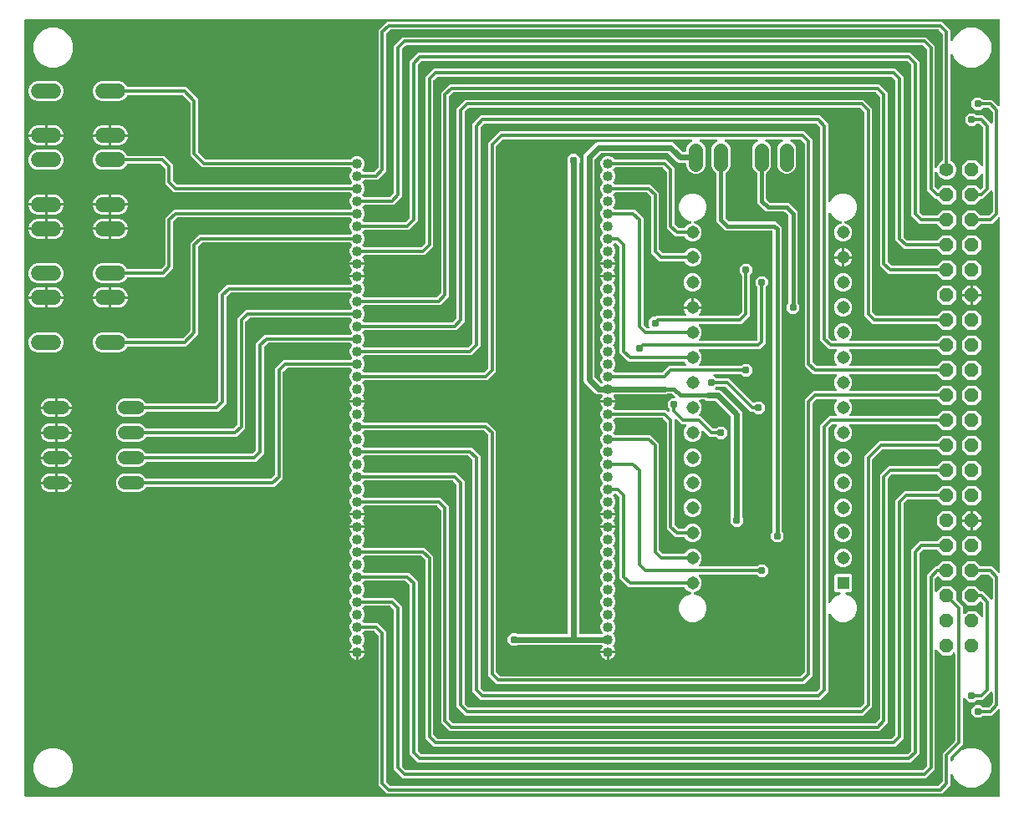
<source format=gbr>
G04 EAGLE Gerber RS-274X export*
G75*
%MOMM*%
%FSLAX34Y34*%
%LPD*%
%INBottom Copper*%
%IPPOS*%
%AMOC8*
5,1,8,0,0,1.08239X$1,22.5*%
G01*
G04 Define Apertures*
%ADD10C,1.320800*%
%ADD11C,1.524000*%
%ADD12C,1.422400*%
%ADD13P,1.53959X8X292.5*%
%ADD14C,1.016000*%
%ADD15R,1.308000X1.308000*%
%ADD16C,1.308000*%
%ADD17C,1.422400*%
%ADD18P,0.81872X8X22.5*%
%ADD19C,0.600000*%
%ADD20C,0.400000*%
%ADD21C,0.300000*%
G36*
X993383Y5943D02*
X992888Y5842D01*
X7112Y5842D01*
X6654Y5927D01*
X6228Y6200D01*
X5943Y6617D01*
X5842Y7112D01*
X5842Y792888D01*
X5927Y793346D01*
X6200Y793772D01*
X6617Y794057D01*
X7112Y794158D01*
X992888Y794158D01*
X993346Y794073D01*
X993772Y793800D01*
X994057Y793383D01*
X994158Y792888D01*
X994158Y706896D01*
X994080Y706458D01*
X993814Y706028D01*
X993402Y705735D01*
X992908Y705627D01*
X992411Y705719D01*
X991990Y705998D01*
X985923Y712065D01*
X976977Y712065D01*
X976500Y712158D01*
X976079Y712437D01*
X974169Y714347D01*
X968931Y714347D01*
X965228Y710644D01*
X965228Y705406D01*
X968931Y701703D01*
X974169Y701703D01*
X976079Y703613D01*
X976481Y703884D01*
X976977Y703985D01*
X982051Y703985D01*
X982527Y703892D01*
X982949Y703613D01*
X986188Y700374D01*
X986459Y699971D01*
X986560Y699476D01*
X986560Y689094D01*
X986482Y688656D01*
X986216Y688226D01*
X985804Y687933D01*
X985310Y687825D01*
X984813Y687917D01*
X984392Y688196D01*
X976398Y696190D01*
X970627Y696190D01*
X970150Y696283D01*
X969729Y696562D01*
X967819Y698472D01*
X962581Y698472D01*
X958878Y694769D01*
X958878Y689531D01*
X962581Y685828D01*
X967819Y685828D01*
X969729Y687738D01*
X970131Y688009D01*
X970627Y688110D01*
X972526Y688110D01*
X973002Y688017D01*
X973424Y687738D01*
X976663Y684499D01*
X976934Y684096D01*
X977035Y683601D01*
X977035Y646231D01*
X976957Y645792D01*
X976691Y645362D01*
X976279Y645070D01*
X975785Y644961D01*
X975288Y645054D01*
X974867Y645333D01*
X969198Y651002D01*
X961202Y651002D01*
X955548Y645348D01*
X955548Y637352D01*
X961202Y631698D01*
X969198Y631698D01*
X974867Y637367D01*
X975233Y637622D01*
X975725Y637738D01*
X976223Y637654D01*
X976649Y637381D01*
X976934Y636964D01*
X977035Y636469D01*
X977035Y624499D01*
X976942Y624023D01*
X976663Y623601D01*
X974829Y621767D01*
X974445Y621504D01*
X973951Y621395D01*
X973454Y621488D01*
X973033Y621767D01*
X969198Y625602D01*
X961202Y625602D01*
X955548Y619948D01*
X955548Y611952D01*
X961202Y606298D01*
X969198Y606298D01*
X974438Y611538D01*
X974841Y611809D01*
X975336Y611910D01*
X976398Y611910D01*
X984392Y619904D01*
X984758Y620159D01*
X985250Y620275D01*
X985748Y620190D01*
X986174Y619918D01*
X986459Y619501D01*
X986560Y619006D01*
X986560Y599099D01*
X986467Y598623D01*
X986188Y598201D01*
X982949Y594962D01*
X982546Y594691D01*
X982051Y594590D01*
X975336Y594590D01*
X974859Y594683D01*
X974438Y594962D01*
X969198Y600202D01*
X961202Y600202D01*
X955548Y594548D01*
X955548Y586552D01*
X961202Y580898D01*
X969198Y580898D01*
X974438Y586138D01*
X974841Y586409D01*
X975336Y586510D01*
X985923Y586510D01*
X991990Y592577D01*
X992356Y592832D01*
X992848Y592948D01*
X993346Y592863D01*
X993772Y592591D01*
X994057Y592174D01*
X994158Y591679D01*
X994158Y233821D01*
X994080Y233383D01*
X993814Y232953D01*
X993402Y232660D01*
X992908Y232552D01*
X992411Y232644D01*
X991990Y232923D01*
X985923Y238990D01*
X975336Y238990D01*
X974859Y239083D01*
X974438Y239362D01*
X969198Y244602D01*
X961202Y244602D01*
X955548Y238948D01*
X955548Y230952D01*
X961202Y225298D01*
X969198Y225298D01*
X974438Y230538D01*
X974841Y230809D01*
X975336Y230910D01*
X982051Y230910D01*
X982527Y230817D01*
X982949Y230538D01*
X986188Y227299D01*
X986459Y226896D01*
X986560Y226401D01*
X986560Y206494D01*
X986482Y206056D01*
X986216Y205626D01*
X985804Y205333D01*
X985310Y205225D01*
X984813Y205317D01*
X984392Y205596D01*
X976398Y213590D01*
X975336Y213590D01*
X974859Y213683D01*
X974438Y213962D01*
X969198Y219202D01*
X961202Y219202D01*
X955548Y213548D01*
X955548Y205552D01*
X961202Y199898D01*
X969198Y199898D01*
X973033Y203733D01*
X973417Y203996D01*
X973911Y204105D01*
X974407Y204012D01*
X974829Y203733D01*
X976663Y201899D01*
X976934Y201496D01*
X977035Y201001D01*
X977035Y189031D01*
X976957Y188592D01*
X976691Y188162D01*
X976279Y187870D01*
X975785Y187761D01*
X975288Y187854D01*
X974867Y188133D01*
X969198Y193802D01*
X961202Y193802D01*
X958708Y191308D01*
X958342Y191053D01*
X957850Y190937D01*
X957352Y191021D01*
X956926Y191294D01*
X956641Y191711D01*
X956540Y192206D01*
X956540Y198523D01*
X949824Y205239D01*
X949553Y205642D01*
X949452Y206137D01*
X949452Y213548D01*
X943798Y219202D01*
X935802Y219202D01*
X930133Y213533D01*
X929767Y213278D01*
X929275Y213162D01*
X928777Y213246D01*
X928351Y213519D01*
X928066Y213936D01*
X927965Y214431D01*
X927965Y226401D01*
X928058Y226877D01*
X928337Y227299D01*
X930171Y229133D01*
X930555Y229396D01*
X931049Y229505D01*
X931546Y229412D01*
X931967Y229133D01*
X935802Y225298D01*
X943798Y225298D01*
X949452Y230952D01*
X949452Y238948D01*
X943798Y244602D01*
X935802Y244602D01*
X930562Y239362D01*
X930159Y239091D01*
X929664Y238990D01*
X928602Y238990D01*
X919885Y230273D01*
X919885Y37124D01*
X919792Y36648D01*
X919513Y36226D01*
X916274Y32987D01*
X915871Y32716D01*
X915376Y32615D01*
X392724Y32615D01*
X392248Y32708D01*
X391826Y32987D01*
X388587Y36226D01*
X388316Y36629D01*
X388215Y37124D01*
X388215Y198523D01*
X379498Y207240D01*
X350162Y207240D01*
X349686Y207333D01*
X349264Y207612D01*
X348224Y208652D01*
X347961Y209036D01*
X347853Y209530D01*
X347945Y210027D01*
X348224Y210448D01*
X349360Y211584D01*
X350520Y214384D01*
X350520Y217416D01*
X349360Y220216D01*
X348224Y221352D01*
X347961Y221736D01*
X347853Y222230D01*
X347945Y222727D01*
X348224Y223148D01*
X349264Y224188D01*
X349667Y224459D01*
X350162Y224560D01*
X391501Y224560D01*
X391977Y224467D01*
X392399Y224188D01*
X395638Y220949D01*
X395909Y220546D01*
X396010Y220051D01*
X396010Y49127D01*
X404727Y40410D01*
X903373Y40410D01*
X912090Y49127D01*
X912090Y251801D01*
X912183Y252277D01*
X912462Y252699D01*
X915701Y255938D01*
X916104Y256209D01*
X916599Y256310D01*
X929664Y256310D01*
X930141Y256217D01*
X930562Y255938D01*
X935802Y250698D01*
X943798Y250698D01*
X949452Y256352D01*
X949452Y264348D01*
X943798Y270002D01*
X935802Y270002D01*
X930562Y264762D01*
X930159Y264491D01*
X929664Y264390D01*
X912727Y264390D01*
X904010Y255673D01*
X904010Y52999D01*
X903917Y52523D01*
X903638Y52101D01*
X900399Y48862D01*
X899996Y48591D01*
X899501Y48490D01*
X408599Y48490D01*
X408123Y48583D01*
X407701Y48862D01*
X404462Y52101D01*
X404191Y52504D01*
X404090Y52999D01*
X404090Y223923D01*
X395373Y232640D01*
X350162Y232640D01*
X349686Y232733D01*
X349264Y233012D01*
X348224Y234052D01*
X347961Y234436D01*
X347853Y234930D01*
X347945Y235427D01*
X348224Y235848D01*
X349360Y236984D01*
X350520Y239784D01*
X350520Y242816D01*
X349360Y245616D01*
X348224Y246752D01*
X347961Y247136D01*
X347853Y247630D01*
X347945Y248127D01*
X348224Y248548D01*
X349264Y249588D01*
X349667Y249859D01*
X350162Y249960D01*
X407376Y249960D01*
X407852Y249867D01*
X408274Y249588D01*
X411513Y246349D01*
X411784Y245946D01*
X411885Y245451D01*
X411885Y65002D01*
X420602Y56285D01*
X887498Y56285D01*
X896215Y65002D01*
X896215Y302601D01*
X896308Y303077D01*
X896587Y303499D01*
X899826Y306738D01*
X900229Y307009D01*
X900724Y307110D01*
X929664Y307110D01*
X930141Y307017D01*
X930562Y306738D01*
X935802Y301498D01*
X943798Y301498D01*
X949452Y307152D01*
X949452Y315148D01*
X943798Y320802D01*
X935802Y320802D01*
X930562Y315562D01*
X930159Y315291D01*
X929664Y315190D01*
X896852Y315190D01*
X888135Y306473D01*
X888135Y68874D01*
X888042Y68398D01*
X887763Y67976D01*
X884524Y64737D01*
X884121Y64466D01*
X883626Y64365D01*
X424474Y64365D01*
X423998Y64458D01*
X423576Y64737D01*
X420337Y67976D01*
X420066Y68379D01*
X419965Y68874D01*
X419965Y249323D01*
X411248Y258040D01*
X350162Y258040D01*
X349686Y258133D01*
X349264Y258412D01*
X348224Y259452D01*
X347961Y259836D01*
X347853Y260330D01*
X347945Y260827D01*
X348224Y261248D01*
X349360Y262384D01*
X350520Y265184D01*
X350520Y268216D01*
X349360Y271016D01*
X348224Y272152D01*
X347961Y272536D01*
X347853Y273030D01*
X347945Y273527D01*
X348224Y273948D01*
X349360Y275084D01*
X350520Y277884D01*
X350520Y278130D01*
X335280Y278130D01*
X335280Y277884D01*
X336440Y275084D01*
X337576Y273948D01*
X337839Y273564D01*
X337948Y273070D01*
X337855Y272573D01*
X337576Y272152D01*
X336440Y271016D01*
X335280Y268216D01*
X335280Y265184D01*
X336440Y262384D01*
X337576Y261248D01*
X337839Y260864D01*
X337948Y260370D01*
X337855Y259873D01*
X337576Y259452D01*
X336440Y258316D01*
X335280Y255516D01*
X335280Y252484D01*
X336440Y249684D01*
X337576Y248548D01*
X337839Y248164D01*
X337948Y247670D01*
X337855Y247173D01*
X337576Y246752D01*
X336440Y245616D01*
X335280Y242816D01*
X335280Y239784D01*
X336440Y236984D01*
X337576Y235848D01*
X337839Y235464D01*
X337948Y234970D01*
X337855Y234473D01*
X337576Y234052D01*
X336440Y232916D01*
X335280Y230116D01*
X335280Y227084D01*
X336440Y224284D01*
X337576Y223148D01*
X337839Y222764D01*
X337948Y222270D01*
X337855Y221773D01*
X337576Y221352D01*
X336440Y220216D01*
X335280Y217416D01*
X335280Y214384D01*
X336440Y211584D01*
X337576Y210448D01*
X337839Y210064D01*
X337948Y209570D01*
X337855Y209073D01*
X337576Y208652D01*
X336440Y207516D01*
X335280Y204716D01*
X335280Y201684D01*
X336440Y198884D01*
X337576Y197748D01*
X337839Y197364D01*
X337948Y196870D01*
X337855Y196373D01*
X337576Y195952D01*
X336440Y194816D01*
X335280Y192016D01*
X335280Y188984D01*
X336440Y186184D01*
X337576Y185048D01*
X337839Y184664D01*
X337948Y184170D01*
X337855Y183673D01*
X337576Y183252D01*
X336440Y182116D01*
X335280Y179316D01*
X335280Y176284D01*
X336440Y173484D01*
X337576Y172348D01*
X337839Y171964D01*
X337948Y171470D01*
X337855Y170973D01*
X337576Y170552D01*
X336440Y169416D01*
X335280Y166616D01*
X335280Y163584D01*
X336440Y160784D01*
X337576Y159648D01*
X337839Y159264D01*
X337948Y158770D01*
X337855Y158273D01*
X337576Y157852D01*
X336440Y156716D01*
X335280Y153916D01*
X335280Y153670D01*
X350520Y153670D01*
X350520Y153916D01*
X349360Y156716D01*
X348224Y157852D01*
X347961Y158236D01*
X347853Y158730D01*
X347945Y159227D01*
X348224Y159648D01*
X349360Y160784D01*
X350520Y163584D01*
X350520Y166616D01*
X349360Y169416D01*
X348224Y170552D01*
X347961Y170936D01*
X347853Y171430D01*
X347945Y171927D01*
X348224Y172348D01*
X349264Y173388D01*
X349667Y173659D01*
X350162Y173760D01*
X359751Y173760D01*
X360227Y173667D01*
X360649Y173388D01*
X363888Y170149D01*
X364159Y169746D01*
X364260Y169251D01*
X364260Y17377D01*
X372977Y8660D01*
X935123Y8660D01*
X943840Y17377D01*
X943840Y27228D01*
X943915Y27658D01*
X944177Y28090D01*
X944587Y28386D01*
X945080Y28498D01*
X945577Y28409D01*
X946001Y28134D01*
X946283Y27714D01*
X947977Y23626D01*
X953626Y17977D01*
X961006Y14920D01*
X968994Y14920D01*
X976374Y17977D01*
X982023Y23626D01*
X985080Y31006D01*
X985080Y38994D01*
X982023Y46374D01*
X976374Y52023D01*
X968994Y55080D01*
X961006Y55080D01*
X953626Y52023D01*
X947977Y46374D01*
X946283Y42286D01*
X946050Y41917D01*
X945642Y41619D01*
X945150Y41502D01*
X944652Y41587D01*
X944226Y41859D01*
X943941Y42276D01*
X943840Y42772D01*
X943840Y45426D01*
X943933Y45902D01*
X944212Y46324D01*
X956540Y58652D01*
X956540Y104603D01*
X956618Y105042D01*
X956884Y105472D01*
X957296Y105765D01*
X957790Y105873D01*
X958287Y105780D01*
X958708Y105501D01*
X962581Y101628D01*
X967819Y101628D01*
X969729Y103538D01*
X970131Y103809D01*
X970627Y103910D01*
X976398Y103910D01*
X984392Y111904D01*
X984758Y112159D01*
X985250Y112275D01*
X985748Y112190D01*
X986174Y111918D01*
X986459Y111501D01*
X986560Y111006D01*
X986560Y100624D01*
X986467Y100148D01*
X986188Y99726D01*
X982949Y96487D01*
X982546Y96216D01*
X982051Y96115D01*
X976977Y96115D01*
X976500Y96208D01*
X976079Y96487D01*
X974169Y98397D01*
X968931Y98397D01*
X965228Y94694D01*
X965228Y89456D01*
X968931Y85753D01*
X974169Y85753D01*
X976079Y87663D01*
X976481Y87934D01*
X976977Y88035D01*
X985923Y88035D01*
X991990Y94102D01*
X992356Y94357D01*
X992848Y94473D01*
X993346Y94388D01*
X993772Y94116D01*
X994057Y93699D01*
X994158Y93204D01*
X994158Y7112D01*
X994073Y6654D01*
X993800Y6228D01*
X993383Y5943D01*
G37*
%LPC*%
G36*
X83196Y456184D02*
X102478Y456184D01*
X106212Y457731D01*
X109070Y460589D01*
X109456Y461520D01*
X109717Y461918D01*
X110134Y462203D01*
X110629Y462304D01*
X169567Y462304D01*
X181840Y474577D01*
X181840Y562951D01*
X181933Y563427D01*
X182212Y563849D01*
X185451Y567088D01*
X185854Y567359D01*
X186349Y567460D01*
X335638Y567460D01*
X336114Y567367D01*
X336536Y567088D01*
X337576Y566048D01*
X337839Y565664D01*
X337948Y565170D01*
X337855Y564673D01*
X337576Y564252D01*
X336440Y563116D01*
X335280Y560316D01*
X335280Y557284D01*
X336440Y554484D01*
X337576Y553348D01*
X337839Y552964D01*
X337948Y552470D01*
X337855Y551973D01*
X337576Y551552D01*
X336440Y550416D01*
X335280Y547616D01*
X335280Y547370D01*
X350520Y547370D01*
X350520Y547616D01*
X349360Y550416D01*
X348224Y551552D01*
X347961Y551936D01*
X347853Y552430D01*
X347945Y552927D01*
X348224Y553348D01*
X349264Y554388D01*
X349667Y554659D01*
X350162Y554760D01*
X411248Y554760D01*
X419965Y563477D01*
X419965Y731226D01*
X420058Y731702D01*
X420337Y732124D01*
X423576Y735363D01*
X423979Y735634D01*
X424474Y735735D01*
X883626Y735735D01*
X884102Y735642D01*
X884524Y735363D01*
X887763Y732124D01*
X888034Y731721D01*
X888135Y731226D01*
X888135Y569827D01*
X896852Y561110D01*
X929664Y561110D01*
X930141Y561017D01*
X930562Y560738D01*
X935802Y555498D01*
X943798Y555498D01*
X949452Y561152D01*
X949452Y569148D01*
X943798Y574802D01*
X935802Y574802D01*
X930562Y569562D01*
X930159Y569291D01*
X929664Y569190D01*
X900724Y569190D01*
X900248Y569283D01*
X899826Y569562D01*
X896587Y572801D01*
X896316Y573204D01*
X896215Y573699D01*
X896215Y735098D01*
X887498Y743815D01*
X420602Y743815D01*
X411885Y735098D01*
X411885Y567349D01*
X411792Y566873D01*
X411513Y566451D01*
X408274Y563212D01*
X407871Y562941D01*
X407376Y562840D01*
X350162Y562840D01*
X349686Y562933D01*
X349264Y563212D01*
X348224Y564252D01*
X347961Y564636D01*
X347853Y565130D01*
X347945Y565627D01*
X348224Y566048D01*
X349360Y567184D01*
X350520Y569984D01*
X350520Y573016D01*
X349360Y575816D01*
X348224Y576952D01*
X347961Y577336D01*
X347853Y577830D01*
X347945Y578327D01*
X348224Y578748D01*
X349264Y579788D01*
X349667Y580059D01*
X350162Y580160D01*
X395373Y580160D01*
X404090Y588877D01*
X404090Y747101D01*
X404183Y747577D01*
X404462Y747999D01*
X407701Y751238D01*
X408104Y751509D01*
X408599Y751610D01*
X899501Y751610D01*
X899977Y751517D01*
X900399Y751238D01*
X903638Y747999D01*
X903909Y747596D01*
X904010Y747101D01*
X904010Y595227D01*
X912727Y586510D01*
X929664Y586510D01*
X930141Y586417D01*
X930562Y586138D01*
X935802Y580898D01*
X943798Y580898D01*
X949452Y586552D01*
X949452Y594548D01*
X943798Y600202D01*
X935802Y600202D01*
X930562Y594962D01*
X930159Y594691D01*
X929664Y594590D01*
X916599Y594590D01*
X916123Y594683D01*
X915701Y594962D01*
X912462Y598201D01*
X912191Y598604D01*
X912090Y599099D01*
X912090Y750973D01*
X903373Y759690D01*
X404727Y759690D01*
X396010Y750973D01*
X396010Y592749D01*
X395917Y592273D01*
X395638Y591851D01*
X392399Y588612D01*
X391996Y588341D01*
X391501Y588240D01*
X350162Y588240D01*
X349686Y588333D01*
X349264Y588612D01*
X348224Y589652D01*
X347961Y590036D01*
X347853Y590530D01*
X347945Y591027D01*
X348224Y591448D01*
X349360Y592584D01*
X350520Y595384D01*
X350520Y598416D01*
X349360Y601216D01*
X348224Y602352D01*
X347961Y602736D01*
X347853Y603230D01*
X347945Y603727D01*
X348224Y604148D01*
X349264Y605188D01*
X349667Y605459D01*
X350162Y605560D01*
X379498Y605560D01*
X388215Y614277D01*
X388215Y762976D01*
X388308Y763452D01*
X388587Y763874D01*
X391826Y767113D01*
X392229Y767384D01*
X392724Y767485D01*
X915376Y767485D01*
X915852Y767392D01*
X916274Y767113D01*
X919513Y763874D01*
X919784Y763471D01*
X919885Y762976D01*
X919885Y620627D01*
X928602Y611910D01*
X929664Y611910D01*
X930141Y611817D01*
X930562Y611538D01*
X935802Y606298D01*
X943798Y606298D01*
X949452Y611952D01*
X949452Y619948D01*
X943798Y625602D01*
X935802Y625602D01*
X931967Y621767D01*
X931583Y621504D01*
X931089Y621395D01*
X930593Y621488D01*
X930171Y621767D01*
X928337Y623601D01*
X928066Y624004D01*
X927965Y624499D01*
X927965Y638316D01*
X928040Y638745D01*
X928302Y639177D01*
X928712Y639473D01*
X929205Y639585D01*
X929702Y639497D01*
X930126Y639221D01*
X930408Y638802D01*
X931617Y635883D01*
X934333Y633167D01*
X937880Y631698D01*
X941720Y631698D01*
X945267Y633167D01*
X947983Y635883D01*
X949452Y639430D01*
X949452Y643270D01*
X947983Y646817D01*
X945267Y649533D01*
X944624Y649799D01*
X944226Y650060D01*
X943941Y650477D01*
X943840Y650972D01*
X943840Y757228D01*
X943915Y757658D01*
X944177Y758090D01*
X944587Y758386D01*
X945080Y758498D01*
X945577Y758409D01*
X946001Y758134D01*
X946283Y757714D01*
X947977Y753626D01*
X953626Y747977D01*
X961006Y744920D01*
X968994Y744920D01*
X976374Y747977D01*
X982023Y753626D01*
X985080Y761006D01*
X985080Y768994D01*
X982023Y776374D01*
X976374Y782023D01*
X968994Y785080D01*
X961006Y785080D01*
X953626Y782023D01*
X947977Y776374D01*
X946283Y772286D01*
X946050Y771917D01*
X945642Y771619D01*
X945150Y771502D01*
X944652Y771587D01*
X944226Y771859D01*
X943941Y772276D01*
X943840Y772772D01*
X943840Y782723D01*
X935123Y791440D01*
X372977Y791440D01*
X364260Y782723D01*
X364260Y643549D01*
X364167Y643073D01*
X363888Y642651D01*
X360649Y639412D01*
X360246Y639141D01*
X359751Y639040D01*
X350162Y639040D01*
X349686Y639133D01*
X349264Y639412D01*
X348224Y640452D01*
X347961Y640836D01*
X347853Y641330D01*
X347945Y641827D01*
X348224Y642248D01*
X349360Y643384D01*
X350520Y646184D01*
X350520Y649216D01*
X349360Y652016D01*
X347216Y654160D01*
X344416Y655320D01*
X341384Y655320D01*
X338584Y654160D01*
X336536Y652112D01*
X336133Y651841D01*
X335638Y651740D01*
X189524Y651740D01*
X189048Y651833D01*
X188626Y652112D01*
X182212Y658526D01*
X181941Y658929D01*
X181840Y659424D01*
X181840Y712873D01*
X169567Y725146D01*
X110629Y725146D01*
X110162Y725235D01*
X109738Y725511D01*
X109456Y725930D01*
X109070Y726861D01*
X106212Y729719D01*
X102478Y731266D01*
X83196Y731266D01*
X79462Y729719D01*
X76604Y726861D01*
X75057Y723127D01*
X75057Y719085D01*
X76604Y715351D01*
X79462Y712493D01*
X83196Y710946D01*
X102478Y710946D01*
X106212Y712493D01*
X109070Y715351D01*
X109456Y716282D01*
X109717Y716680D01*
X110134Y716965D01*
X110629Y717066D01*
X165695Y717066D01*
X166171Y716973D01*
X166593Y716694D01*
X173388Y709899D01*
X173659Y709496D01*
X173760Y709001D01*
X173760Y655552D01*
X185652Y643660D01*
X335638Y643660D01*
X336114Y643567D01*
X336536Y643288D01*
X337576Y642248D01*
X337839Y641864D01*
X337948Y641370D01*
X337855Y640873D01*
X337576Y640452D01*
X336440Y639316D01*
X335280Y636516D01*
X335280Y633484D01*
X336440Y630684D01*
X337576Y629548D01*
X337839Y629164D01*
X337948Y628670D01*
X337855Y628173D01*
X337576Y627752D01*
X336536Y626712D01*
X336133Y626441D01*
X335638Y626340D01*
X160949Y626340D01*
X160473Y626433D01*
X160051Y626712D01*
X156812Y629951D01*
X156541Y630354D01*
X156440Y630849D01*
X156440Y646198D01*
X147342Y655296D01*
X110629Y655296D01*
X110162Y655385D01*
X109738Y655661D01*
X109456Y656080D01*
X109070Y657011D01*
X106212Y659869D01*
X102478Y661416D01*
X83196Y661416D01*
X79462Y659869D01*
X76604Y657011D01*
X75057Y653277D01*
X75057Y649235D01*
X76604Y645501D01*
X79462Y642643D01*
X83196Y641096D01*
X102478Y641096D01*
X106212Y642643D01*
X109070Y645501D01*
X109456Y646432D01*
X109717Y646830D01*
X110134Y647115D01*
X110629Y647216D01*
X143470Y647216D01*
X143946Y647123D01*
X144368Y646844D01*
X147988Y643224D01*
X148259Y642821D01*
X148360Y642326D01*
X148360Y626977D01*
X157077Y618260D01*
X335638Y618260D01*
X336114Y618167D01*
X336536Y617888D01*
X337576Y616848D01*
X337839Y616464D01*
X337948Y615970D01*
X337855Y615473D01*
X337576Y615052D01*
X336440Y613916D01*
X335280Y611116D01*
X335280Y608084D01*
X336440Y605284D01*
X337576Y604148D01*
X337839Y603764D01*
X337948Y603270D01*
X337855Y602773D01*
X337576Y602352D01*
X336536Y601312D01*
X336133Y601041D01*
X335638Y600940D01*
X157077Y600940D01*
X148360Y592223D01*
X148360Y545124D01*
X148267Y544648D01*
X147988Y544226D01*
X144749Y540987D01*
X144346Y540716D01*
X143851Y540615D01*
X110471Y540615D01*
X110004Y540704D01*
X109581Y540980D01*
X109298Y541399D01*
X109070Y541949D01*
X106212Y544807D01*
X102478Y546354D01*
X83196Y546354D01*
X79462Y544807D01*
X76604Y541949D01*
X75057Y538215D01*
X75057Y534173D01*
X76604Y530439D01*
X79462Y527581D01*
X83196Y526034D01*
X102478Y526034D01*
X106212Y527581D01*
X109070Y530439D01*
X109614Y531751D01*
X109875Y532149D01*
X110292Y532434D01*
X110787Y532535D01*
X147723Y532535D01*
X156440Y541252D01*
X156440Y588351D01*
X156533Y588827D01*
X156812Y589249D01*
X160051Y592488D01*
X160454Y592759D01*
X160949Y592860D01*
X335638Y592860D01*
X336114Y592767D01*
X336536Y592488D01*
X337576Y591448D01*
X337839Y591064D01*
X337948Y590570D01*
X337855Y590073D01*
X337576Y589652D01*
X336440Y588516D01*
X335280Y585716D01*
X335280Y582684D01*
X336440Y579884D01*
X337576Y578748D01*
X337839Y578364D01*
X337948Y577870D01*
X337855Y577373D01*
X337576Y576952D01*
X336536Y575912D01*
X336133Y575641D01*
X335638Y575540D01*
X182477Y575540D01*
X173760Y566823D01*
X173760Y478449D01*
X173667Y477973D01*
X173388Y477551D01*
X166593Y470756D01*
X166190Y470485D01*
X165695Y470384D01*
X110629Y470384D01*
X110162Y470473D01*
X109738Y470749D01*
X109456Y471168D01*
X109070Y472099D01*
X106212Y474957D01*
X102478Y476504D01*
X83196Y476504D01*
X79462Y474957D01*
X76604Y472099D01*
X75057Y468365D01*
X75057Y464323D01*
X76604Y460589D01*
X79462Y457731D01*
X83196Y456184D01*
G37*
G36*
X31006Y744920D02*
X38994Y744920D01*
X46374Y747977D01*
X52023Y753626D01*
X55080Y761006D01*
X55080Y768994D01*
X52023Y776374D01*
X46374Y782023D01*
X38994Y785080D01*
X31006Y785080D01*
X23626Y782023D01*
X17977Y776374D01*
X14920Y768994D01*
X14920Y761006D01*
X17977Y753626D01*
X23626Y747977D01*
X31006Y744920D01*
G37*
G36*
X18172Y710946D02*
X37454Y710946D01*
X41188Y712493D01*
X44046Y715351D01*
X45593Y719085D01*
X45593Y723127D01*
X44046Y726861D01*
X41188Y729719D01*
X37454Y731266D01*
X18172Y731266D01*
X14438Y729719D01*
X11580Y726861D01*
X10033Y723127D01*
X10033Y719085D01*
X11580Y715351D01*
X14438Y712493D01*
X18172Y710946D01*
G37*
G36*
X436477Y72160D02*
X871623Y72160D01*
X880340Y80877D01*
X880340Y328001D01*
X880433Y328477D01*
X880712Y328899D01*
X883951Y332138D01*
X884354Y332409D01*
X884849Y332510D01*
X929664Y332510D01*
X930141Y332417D01*
X930562Y332138D01*
X935802Y326898D01*
X943798Y326898D01*
X949452Y332552D01*
X949452Y340548D01*
X943798Y346202D01*
X935802Y346202D01*
X930562Y340962D01*
X930159Y340691D01*
X929664Y340590D01*
X880977Y340590D01*
X872260Y331873D01*
X872260Y84749D01*
X872167Y84273D01*
X871888Y83851D01*
X868649Y80612D01*
X868246Y80341D01*
X867751Y80240D01*
X440349Y80240D01*
X439873Y80333D01*
X439451Y80612D01*
X436212Y83851D01*
X435941Y84254D01*
X435840Y84749D01*
X435840Y300123D01*
X427123Y308840D01*
X350162Y308840D01*
X349686Y308933D01*
X349264Y309212D01*
X348224Y310252D01*
X347961Y310636D01*
X347853Y311130D01*
X347945Y311627D01*
X348224Y312048D01*
X349360Y313184D01*
X350520Y315984D01*
X350520Y319016D01*
X349360Y321816D01*
X348224Y322952D01*
X347961Y323336D01*
X347853Y323830D01*
X347945Y324327D01*
X348224Y324748D01*
X349264Y325788D01*
X349667Y326059D01*
X350162Y326160D01*
X439126Y326160D01*
X439602Y326067D01*
X440024Y325788D01*
X443263Y322549D01*
X443534Y322146D01*
X443635Y321651D01*
X443635Y96752D01*
X452352Y88035D01*
X855748Y88035D01*
X864465Y96752D01*
X864465Y347051D01*
X864558Y347527D01*
X864837Y347949D01*
X874426Y357538D01*
X874829Y357809D01*
X875324Y357910D01*
X929664Y357910D01*
X930141Y357817D01*
X930562Y357538D01*
X935802Y352298D01*
X943798Y352298D01*
X949452Y357952D01*
X949452Y365948D01*
X943798Y371602D01*
X935802Y371602D01*
X930562Y366362D01*
X930159Y366091D01*
X929664Y365990D01*
X871452Y365990D01*
X856385Y350923D01*
X856385Y100624D01*
X856292Y100148D01*
X856013Y99726D01*
X852774Y96487D01*
X852371Y96216D01*
X851876Y96115D01*
X456224Y96115D01*
X455748Y96208D01*
X455326Y96487D01*
X452087Y99726D01*
X451816Y100129D01*
X451715Y100624D01*
X451715Y325523D01*
X442998Y334240D01*
X350162Y334240D01*
X349686Y334333D01*
X349264Y334612D01*
X348224Y335652D01*
X347961Y336036D01*
X347853Y336530D01*
X347945Y337027D01*
X348224Y337448D01*
X349360Y338584D01*
X350520Y341384D01*
X350520Y344416D01*
X349360Y347216D01*
X348224Y348352D01*
X347961Y348736D01*
X347853Y349230D01*
X347945Y349727D01*
X348224Y350148D01*
X349264Y351188D01*
X349667Y351459D01*
X350162Y351560D01*
X455001Y351560D01*
X455477Y351467D01*
X455899Y351188D01*
X459138Y347949D01*
X459409Y347546D01*
X459510Y347051D01*
X459510Y112627D01*
X468227Y103910D01*
X811298Y103910D01*
X820015Y112627D01*
X820015Y190197D01*
X820090Y190627D01*
X820352Y191059D01*
X820762Y191355D01*
X821255Y191467D01*
X821752Y191378D01*
X822176Y191102D01*
X822458Y190683D01*
X823182Y188937D01*
X827112Y185007D01*
X832246Y182880D01*
X837804Y182880D01*
X842938Y185007D01*
X846868Y188937D01*
X848995Y194071D01*
X848995Y199629D01*
X846868Y204763D01*
X842938Y208693D01*
X838029Y210727D01*
X837661Y210960D01*
X837362Y211368D01*
X837246Y211860D01*
X837331Y212358D01*
X837603Y212784D01*
X838020Y213069D01*
X838515Y213170D01*
X842617Y213170D01*
X844105Y214658D01*
X844105Y229842D01*
X842617Y231330D01*
X827433Y231330D01*
X825945Y229842D01*
X825945Y214658D01*
X827433Y213170D01*
X831535Y213170D01*
X831964Y213095D01*
X832396Y212833D01*
X832692Y212423D01*
X832805Y211930D01*
X832716Y211433D01*
X832440Y211009D01*
X832021Y210727D01*
X827112Y208693D01*
X823182Y204763D01*
X822458Y203017D01*
X822225Y202649D01*
X821817Y202350D01*
X821325Y202233D01*
X820827Y202318D01*
X820401Y202591D01*
X820116Y203007D01*
X820015Y203503D01*
X820015Y378801D01*
X820108Y379277D01*
X820387Y379699D01*
X823626Y382938D01*
X824029Y383209D01*
X824524Y383310D01*
X827778Y383310D01*
X828217Y383232D01*
X828647Y382966D01*
X828939Y382554D01*
X829048Y382060D01*
X828955Y381563D01*
X828676Y381142D01*
X827327Y379793D01*
X825945Y376456D01*
X825945Y372844D01*
X827327Y369507D01*
X829882Y366952D01*
X833219Y365570D01*
X836831Y365570D01*
X840168Y366952D01*
X842723Y369507D01*
X844105Y372844D01*
X844105Y376456D01*
X842723Y379793D01*
X841374Y381142D01*
X841119Y381508D01*
X841003Y382000D01*
X841088Y382498D01*
X841360Y382924D01*
X841777Y383209D01*
X842272Y383310D01*
X929664Y383310D01*
X930141Y383217D01*
X930562Y382938D01*
X935802Y377698D01*
X943798Y377698D01*
X949452Y383352D01*
X949452Y391348D01*
X943798Y397002D01*
X935802Y397002D01*
X930562Y391762D01*
X930159Y391491D01*
X929664Y391390D01*
X842272Y391390D01*
X841833Y391468D01*
X841403Y391734D01*
X841111Y392146D01*
X841002Y392640D01*
X841095Y393137D01*
X841374Y393558D01*
X842723Y394907D01*
X844105Y398244D01*
X844105Y401856D01*
X842723Y405193D01*
X841374Y406542D01*
X841119Y406908D01*
X841003Y407400D01*
X841088Y407898D01*
X841360Y408324D01*
X841777Y408609D01*
X842272Y408710D01*
X929664Y408710D01*
X930141Y408617D01*
X930562Y408338D01*
X935802Y403098D01*
X943798Y403098D01*
X949452Y408752D01*
X949452Y416748D01*
X943798Y422402D01*
X935802Y422402D01*
X930562Y417162D01*
X930159Y416891D01*
X929664Y416790D01*
X842272Y416790D01*
X841833Y416868D01*
X841403Y417134D01*
X841111Y417546D01*
X841002Y418040D01*
X841095Y418537D01*
X841374Y418958D01*
X842723Y420307D01*
X844105Y423644D01*
X844105Y427256D01*
X842723Y430593D01*
X841374Y431942D01*
X841119Y432308D01*
X841003Y432800D01*
X841088Y433298D01*
X841360Y433724D01*
X841777Y434009D01*
X842272Y434110D01*
X929664Y434110D01*
X930141Y434017D01*
X930562Y433738D01*
X935802Y428498D01*
X943798Y428498D01*
X949452Y434152D01*
X949452Y442148D01*
X943798Y447802D01*
X935802Y447802D01*
X930562Y442562D01*
X930159Y442291D01*
X929664Y442190D01*
X842272Y442190D01*
X841833Y442268D01*
X841403Y442534D01*
X841111Y442946D01*
X841002Y443440D01*
X841095Y443937D01*
X841374Y444358D01*
X842723Y445707D01*
X844105Y449044D01*
X844105Y452656D01*
X842723Y455993D01*
X841374Y457342D01*
X841119Y457708D01*
X841003Y458200D01*
X841088Y458698D01*
X841360Y459124D01*
X841777Y459409D01*
X842272Y459510D01*
X929664Y459510D01*
X930141Y459417D01*
X930562Y459138D01*
X935802Y453898D01*
X943798Y453898D01*
X949452Y459552D01*
X949452Y467548D01*
X943798Y473202D01*
X935802Y473202D01*
X930562Y467962D01*
X930159Y467691D01*
X929664Y467590D01*
X842272Y467590D01*
X841833Y467668D01*
X841403Y467934D01*
X841111Y468346D01*
X841002Y468840D01*
X841095Y469337D01*
X841374Y469758D01*
X842723Y471107D01*
X844105Y474444D01*
X844105Y478056D01*
X842723Y481393D01*
X840168Y483948D01*
X836831Y485330D01*
X833219Y485330D01*
X829882Y483948D01*
X827327Y481393D01*
X825945Y478056D01*
X825945Y474444D01*
X827327Y471107D01*
X828676Y469758D01*
X828931Y469392D01*
X829047Y468900D01*
X828963Y468402D01*
X828690Y467976D01*
X828273Y467691D01*
X827778Y467590D01*
X824524Y467590D01*
X824048Y467683D01*
X823626Y467962D01*
X820387Y471201D01*
X820116Y471604D01*
X820015Y472099D01*
X820015Y596597D01*
X820090Y597027D01*
X820352Y597459D01*
X820762Y597755D01*
X821255Y597867D01*
X821752Y597778D01*
X822176Y597502D01*
X822458Y597083D01*
X823182Y595337D01*
X827112Y591407D01*
X832246Y589280D01*
X832508Y589280D01*
X832937Y589205D01*
X833369Y588943D01*
X833665Y588533D01*
X833777Y588040D01*
X833689Y587543D01*
X833413Y587119D01*
X832994Y586837D01*
X829882Y585548D01*
X827327Y582993D01*
X825945Y579656D01*
X825945Y576044D01*
X827327Y572707D01*
X829882Y570152D01*
X833219Y568770D01*
X836831Y568770D01*
X840168Y570152D01*
X842723Y572707D01*
X844105Y576044D01*
X844105Y579656D01*
X842723Y582993D01*
X840168Y585548D01*
X837056Y586837D01*
X836688Y587070D01*
X836389Y587478D01*
X836273Y587970D01*
X836358Y588468D01*
X836630Y588894D01*
X837047Y589179D01*
X837542Y589280D01*
X837804Y589280D01*
X842938Y591407D01*
X846868Y595337D01*
X848995Y600471D01*
X848995Y606029D01*
X846868Y611163D01*
X842938Y615093D01*
X837804Y617220D01*
X832246Y617220D01*
X827112Y615093D01*
X823182Y611163D01*
X822458Y609417D01*
X822225Y609049D01*
X821817Y608750D01*
X821325Y608633D01*
X820827Y608718D01*
X820401Y608991D01*
X820116Y609407D01*
X820015Y609903D01*
X820015Y687473D01*
X811298Y696190D01*
X468227Y696190D01*
X459510Y687473D01*
X459510Y465749D01*
X459417Y465273D01*
X459138Y464851D01*
X455899Y461612D01*
X455496Y461341D01*
X455001Y461240D01*
X350162Y461240D01*
X349686Y461333D01*
X349264Y461612D01*
X348224Y462652D01*
X347961Y463036D01*
X347853Y463530D01*
X347945Y464027D01*
X348224Y464448D01*
X349360Y465584D01*
X350520Y468384D01*
X350520Y471416D01*
X349360Y474216D01*
X348224Y475352D01*
X347961Y475736D01*
X347853Y476230D01*
X347945Y476727D01*
X348224Y477148D01*
X349264Y478188D01*
X349667Y478459D01*
X350162Y478560D01*
X442998Y478560D01*
X451715Y487277D01*
X451715Y699476D01*
X451808Y699952D01*
X452087Y700374D01*
X455326Y703613D01*
X455729Y703884D01*
X456224Y703985D01*
X851876Y703985D01*
X852352Y703892D01*
X852774Y703613D01*
X856013Y700374D01*
X856284Y699971D01*
X856385Y699476D01*
X856385Y493627D01*
X865102Y484910D01*
X929664Y484910D01*
X930141Y484817D01*
X930562Y484538D01*
X935802Y479298D01*
X943798Y479298D01*
X949452Y484952D01*
X949452Y492948D01*
X943798Y498602D01*
X935802Y498602D01*
X930562Y493362D01*
X930159Y493091D01*
X929664Y492990D01*
X868974Y492990D01*
X868498Y493083D01*
X868076Y493362D01*
X864837Y496601D01*
X864566Y497004D01*
X864465Y497499D01*
X864465Y703348D01*
X855748Y712065D01*
X452352Y712065D01*
X443635Y703348D01*
X443635Y491149D01*
X443542Y490673D01*
X443263Y490251D01*
X440024Y487012D01*
X439621Y486741D01*
X439126Y486640D01*
X350162Y486640D01*
X349686Y486733D01*
X349264Y487012D01*
X348224Y488052D01*
X347961Y488436D01*
X347853Y488930D01*
X347945Y489427D01*
X348224Y489848D01*
X349360Y490984D01*
X350520Y493784D01*
X350520Y496816D01*
X349360Y499616D01*
X348224Y500752D01*
X347961Y501136D01*
X347853Y501630D01*
X347945Y502127D01*
X348224Y502548D01*
X349264Y503588D01*
X349667Y503859D01*
X350162Y503960D01*
X427123Y503960D01*
X435840Y512677D01*
X435840Y715351D01*
X435933Y715827D01*
X436212Y716249D01*
X439451Y719488D01*
X439854Y719759D01*
X440349Y719860D01*
X867751Y719860D01*
X868227Y719767D01*
X868649Y719488D01*
X871888Y716249D01*
X872159Y715846D01*
X872260Y715351D01*
X872260Y544427D01*
X880977Y535710D01*
X929664Y535710D01*
X930141Y535617D01*
X930562Y535338D01*
X935802Y530098D01*
X943798Y530098D01*
X949452Y535752D01*
X949452Y543748D01*
X943798Y549402D01*
X935802Y549402D01*
X930562Y544162D01*
X930159Y543891D01*
X929664Y543790D01*
X884849Y543790D01*
X884373Y543883D01*
X883951Y544162D01*
X880712Y547401D01*
X880441Y547804D01*
X880340Y548299D01*
X880340Y719223D01*
X871623Y727940D01*
X436477Y727940D01*
X427760Y719223D01*
X427760Y516549D01*
X427667Y516073D01*
X427388Y515651D01*
X424149Y512412D01*
X423746Y512141D01*
X423251Y512040D01*
X350162Y512040D01*
X349686Y512133D01*
X349264Y512412D01*
X348224Y513452D01*
X347961Y513836D01*
X347853Y514330D01*
X347945Y514827D01*
X348224Y515248D01*
X349360Y516384D01*
X350520Y519184D01*
X350520Y522216D01*
X349360Y525016D01*
X348224Y526152D01*
X347961Y526536D01*
X347853Y527030D01*
X347945Y527527D01*
X348224Y527948D01*
X349360Y529084D01*
X350520Y531884D01*
X350520Y532130D01*
X335280Y532130D01*
X335280Y531884D01*
X336440Y529084D01*
X337576Y527948D01*
X337839Y527564D01*
X337948Y527070D01*
X337855Y526573D01*
X337576Y526152D01*
X336536Y525112D01*
X336133Y524841D01*
X335638Y524740D01*
X211052Y524740D01*
X202335Y516023D01*
X202335Y408599D01*
X202242Y408123D01*
X201963Y407701D01*
X198724Y404462D01*
X198321Y404191D01*
X197826Y404090D01*
X129977Y404090D01*
X129509Y404179D01*
X129086Y404455D01*
X128803Y404874D01*
X128656Y405230D01*
X126084Y407802D01*
X122723Y409194D01*
X105877Y409194D01*
X102516Y407802D01*
X99944Y405230D01*
X98552Y401869D01*
X98552Y398231D01*
X99944Y394870D01*
X102516Y392298D01*
X105877Y390906D01*
X122723Y390906D01*
X126084Y392298D01*
X128656Y394870D01*
X128803Y395226D01*
X129064Y395624D01*
X129481Y395909D01*
X129977Y396010D01*
X201698Y396010D01*
X210415Y404727D01*
X210415Y512151D01*
X210508Y512627D01*
X210787Y513049D01*
X214026Y516288D01*
X214429Y516559D01*
X214924Y516660D01*
X335638Y516660D01*
X336114Y516567D01*
X336536Y516288D01*
X337576Y515248D01*
X337839Y514864D01*
X337948Y514370D01*
X337855Y513873D01*
X337576Y513452D01*
X336440Y512316D01*
X335280Y509516D01*
X335280Y506484D01*
X336440Y503684D01*
X337576Y502548D01*
X337839Y502164D01*
X337948Y501670D01*
X337855Y501173D01*
X337576Y500752D01*
X336536Y499712D01*
X336133Y499441D01*
X335638Y499340D01*
X230102Y499340D01*
X221385Y490623D01*
X221385Y383199D01*
X221292Y382723D01*
X221013Y382301D01*
X217774Y379062D01*
X217371Y378791D01*
X216876Y378690D01*
X129977Y378690D01*
X129509Y378779D01*
X129086Y379055D01*
X128803Y379474D01*
X128656Y379830D01*
X126084Y382402D01*
X122723Y383794D01*
X105877Y383794D01*
X102516Y382402D01*
X99944Y379830D01*
X98552Y376469D01*
X98552Y372831D01*
X99944Y369470D01*
X102516Y366898D01*
X105877Y365506D01*
X122723Y365506D01*
X126084Y366898D01*
X128656Y369470D01*
X128803Y369826D01*
X129064Y370224D01*
X129481Y370509D01*
X129977Y370610D01*
X220748Y370610D01*
X229465Y379327D01*
X229465Y486751D01*
X229558Y487227D01*
X229837Y487649D01*
X233076Y490888D01*
X233479Y491159D01*
X233974Y491260D01*
X335638Y491260D01*
X336114Y491167D01*
X336536Y490888D01*
X337576Y489848D01*
X337839Y489464D01*
X337948Y488970D01*
X337855Y488473D01*
X337576Y488052D01*
X336440Y486916D01*
X335280Y484116D01*
X335280Y481084D01*
X336440Y478284D01*
X337576Y477148D01*
X337839Y476764D01*
X337948Y476270D01*
X337855Y475773D01*
X337576Y475352D01*
X336536Y474312D01*
X336133Y474041D01*
X335638Y473940D01*
X249152Y473940D01*
X240435Y465223D01*
X240435Y357799D01*
X240342Y357323D01*
X240063Y356901D01*
X236824Y353662D01*
X236421Y353391D01*
X235926Y353290D01*
X129977Y353290D01*
X129509Y353379D01*
X129086Y353655D01*
X128803Y354074D01*
X128656Y354430D01*
X126084Y357002D01*
X122723Y358394D01*
X105877Y358394D01*
X102516Y357002D01*
X99944Y354430D01*
X98552Y351069D01*
X98552Y347431D01*
X99944Y344070D01*
X102516Y341498D01*
X105877Y340106D01*
X122723Y340106D01*
X126084Y341498D01*
X128656Y344070D01*
X128803Y344426D01*
X129064Y344824D01*
X129481Y345109D01*
X129977Y345210D01*
X239798Y345210D01*
X248515Y353927D01*
X248515Y461351D01*
X248608Y461827D01*
X248887Y462249D01*
X252126Y465488D01*
X252529Y465759D01*
X253024Y465860D01*
X335638Y465860D01*
X336114Y465767D01*
X336536Y465488D01*
X337576Y464448D01*
X337839Y464064D01*
X337948Y463570D01*
X337855Y463073D01*
X337576Y462652D01*
X336440Y461516D01*
X335280Y458716D01*
X335280Y455684D01*
X336440Y452884D01*
X337576Y451748D01*
X337839Y451364D01*
X337948Y450870D01*
X337855Y450373D01*
X337576Y449952D01*
X336536Y448912D01*
X336133Y448641D01*
X335638Y448540D01*
X268202Y448540D01*
X259485Y439823D01*
X259485Y332399D01*
X259392Y331923D01*
X259113Y331501D01*
X255874Y328262D01*
X255471Y327991D01*
X254976Y327890D01*
X129977Y327890D01*
X129509Y327979D01*
X129086Y328255D01*
X128803Y328674D01*
X128656Y329030D01*
X126084Y331602D01*
X122723Y332994D01*
X105877Y332994D01*
X102516Y331602D01*
X99944Y329030D01*
X98552Y325669D01*
X98552Y322031D01*
X99944Y318670D01*
X102516Y316098D01*
X105877Y314706D01*
X122723Y314706D01*
X126084Y316098D01*
X128656Y318670D01*
X128803Y319026D01*
X129064Y319424D01*
X129481Y319709D01*
X129977Y319810D01*
X258848Y319810D01*
X267565Y328527D01*
X267565Y435951D01*
X267658Y436427D01*
X267937Y436849D01*
X271176Y440088D01*
X271579Y440359D01*
X272074Y440460D01*
X335638Y440460D01*
X336114Y440367D01*
X336536Y440088D01*
X337576Y439048D01*
X337839Y438664D01*
X337948Y438170D01*
X337855Y437673D01*
X337576Y437252D01*
X336440Y436116D01*
X335280Y433316D01*
X335280Y430284D01*
X336440Y427484D01*
X337576Y426348D01*
X337839Y425964D01*
X337948Y425470D01*
X337855Y424973D01*
X337576Y424552D01*
X336440Y423416D01*
X335280Y420616D01*
X335280Y417584D01*
X336440Y414784D01*
X337576Y413648D01*
X337839Y413264D01*
X337948Y412770D01*
X337855Y412273D01*
X337576Y411852D01*
X336440Y410716D01*
X335280Y407916D01*
X335280Y407670D01*
X350520Y407670D01*
X350520Y407916D01*
X349360Y410716D01*
X348224Y411852D01*
X347961Y412236D01*
X347853Y412730D01*
X347945Y413227D01*
X348224Y413648D01*
X349360Y414784D01*
X350520Y417584D01*
X350520Y420616D01*
X349360Y423416D01*
X348224Y424552D01*
X347961Y424936D01*
X347853Y425430D01*
X347945Y425927D01*
X348224Y426348D01*
X349264Y427388D01*
X349667Y427659D01*
X350162Y427760D01*
X474748Y427760D01*
X483465Y436477D01*
X483465Y664551D01*
X483558Y665027D01*
X483837Y665449D01*
X490251Y671863D01*
X490654Y672134D01*
X491149Y672235D01*
X680926Y672235D01*
X681355Y672160D01*
X681788Y671898D01*
X682083Y671488D01*
X682196Y670995D01*
X682107Y670498D01*
X681831Y670074D01*
X681412Y669792D01*
X680333Y669345D01*
X677617Y666629D01*
X676148Y663082D01*
X676148Y660860D01*
X676063Y660402D01*
X675790Y659976D01*
X675373Y659691D01*
X674878Y659590D01*
X672746Y659590D01*
X672269Y659683D01*
X671848Y659962D01*
X663538Y668272D01*
X661502Y669115D01*
X586273Y669115D01*
X584237Y668272D01*
X573153Y657188D01*
X572310Y655152D01*
X572310Y427523D01*
X573153Y425487D01*
X584237Y414403D01*
X586273Y413560D01*
X590218Y413560D01*
X590657Y413482D01*
X591087Y413216D01*
X591379Y412804D01*
X591488Y412310D01*
X591395Y411813D01*
X591116Y411392D01*
X590440Y410716D01*
X589280Y407916D01*
X589280Y407670D01*
X604520Y407670D01*
X604520Y407916D01*
X603360Y410716D01*
X602684Y411392D01*
X602429Y411758D01*
X602313Y412250D01*
X602398Y412748D01*
X602670Y413174D01*
X603087Y413459D01*
X603582Y413560D01*
X655152Y413560D01*
X657333Y414463D01*
X657819Y414560D01*
X661168Y414560D01*
X661645Y414467D01*
X662066Y414188D01*
X664539Y411715D01*
X664794Y411349D01*
X664911Y410857D01*
X664826Y410359D01*
X664554Y409933D01*
X664137Y409648D01*
X663641Y409547D01*
X660956Y409547D01*
X657253Y405844D01*
X657253Y400606D01*
X659163Y398696D01*
X659434Y398294D01*
X659535Y397798D01*
X659535Y396994D01*
X659457Y396556D01*
X659191Y396126D01*
X658779Y395833D01*
X658285Y395725D01*
X657788Y395817D01*
X657367Y396096D01*
X655723Y397740D01*
X604162Y397740D01*
X603686Y397833D01*
X603264Y398112D01*
X602224Y399152D01*
X601961Y399536D01*
X601853Y400030D01*
X601945Y400527D01*
X602224Y400948D01*
X603360Y402084D01*
X604520Y404884D01*
X604520Y405130D01*
X589280Y405130D01*
X589280Y404884D01*
X590440Y402084D01*
X591576Y400948D01*
X591839Y400564D01*
X591948Y400070D01*
X591855Y399573D01*
X591576Y399152D01*
X590440Y398016D01*
X589280Y395216D01*
X589280Y392184D01*
X590440Y389384D01*
X591576Y388248D01*
X591839Y387864D01*
X591948Y387370D01*
X591855Y386873D01*
X591576Y386452D01*
X590440Y385316D01*
X589280Y382516D01*
X589280Y379484D01*
X590440Y376684D01*
X591576Y375548D01*
X591839Y375164D01*
X591948Y374670D01*
X591855Y374173D01*
X591576Y373752D01*
X590440Y372616D01*
X589280Y369816D01*
X589280Y366784D01*
X590440Y363984D01*
X591576Y362848D01*
X591839Y362464D01*
X591948Y361970D01*
X591855Y361473D01*
X591576Y361052D01*
X590440Y359916D01*
X589280Y357116D01*
X589280Y354084D01*
X590440Y351284D01*
X591576Y350148D01*
X591839Y349764D01*
X591948Y349270D01*
X591855Y348773D01*
X591576Y348352D01*
X590440Y347216D01*
X589280Y344416D01*
X589280Y341384D01*
X590440Y338584D01*
X591576Y337448D01*
X591839Y337064D01*
X591948Y336570D01*
X591855Y336073D01*
X591576Y335652D01*
X590440Y334516D01*
X589280Y331716D01*
X589280Y328684D01*
X590440Y325884D01*
X591576Y324748D01*
X591839Y324364D01*
X591948Y323870D01*
X591855Y323373D01*
X591576Y322952D01*
X590440Y321816D01*
X589280Y319016D01*
X589280Y315984D01*
X590440Y313184D01*
X591576Y312048D01*
X591839Y311664D01*
X591948Y311170D01*
X591855Y310673D01*
X591576Y310252D01*
X590440Y309116D01*
X589280Y306316D01*
X589280Y303284D01*
X590440Y300484D01*
X591576Y299348D01*
X591839Y298964D01*
X591948Y298470D01*
X591855Y297973D01*
X591576Y297552D01*
X590440Y296416D01*
X589280Y293616D01*
X589280Y293370D01*
X604520Y293370D01*
X604520Y293616D01*
X603360Y296416D01*
X602224Y297552D01*
X601961Y297936D01*
X601853Y298430D01*
X601945Y298927D01*
X602224Y299348D01*
X603360Y300484D01*
X604520Y303284D01*
X604520Y306316D01*
X603360Y309116D01*
X602224Y310252D01*
X601961Y310636D01*
X601853Y311130D01*
X601945Y311627D01*
X602224Y312048D01*
X603264Y313088D01*
X603667Y313359D01*
X604162Y313460D01*
X604226Y313460D01*
X604702Y313367D01*
X605124Y313088D01*
X608363Y309849D01*
X608634Y309446D01*
X608735Y308951D01*
X608735Y226927D01*
X617452Y218210D01*
X673622Y218210D01*
X674089Y218121D01*
X674513Y217845D01*
X674795Y217426D01*
X674927Y217107D01*
X677482Y214552D01*
X680594Y213263D01*
X680962Y213030D01*
X681261Y212622D01*
X681377Y212130D01*
X681292Y211632D01*
X681020Y211206D01*
X680603Y210921D01*
X680108Y210820D01*
X679846Y210820D01*
X674712Y208693D01*
X670782Y204763D01*
X668655Y199629D01*
X668655Y194071D01*
X670782Y188937D01*
X674712Y185007D01*
X679846Y182880D01*
X685404Y182880D01*
X690538Y185007D01*
X694468Y188937D01*
X696595Y194071D01*
X696595Y199629D01*
X694468Y204763D01*
X690538Y208693D01*
X685404Y210820D01*
X685142Y210820D01*
X684713Y210895D01*
X684281Y211157D01*
X683985Y211567D01*
X683873Y212060D01*
X683962Y212557D01*
X684237Y212981D01*
X684656Y213263D01*
X687768Y214552D01*
X690323Y217107D01*
X691705Y220444D01*
X691705Y224056D01*
X690323Y227393D01*
X688974Y228742D01*
X688719Y229108D01*
X688603Y229600D01*
X688688Y230098D01*
X688960Y230524D01*
X689377Y230809D01*
X689872Y230910D01*
X747048Y230910D01*
X747525Y230817D01*
X747946Y230538D01*
X749856Y228628D01*
X755094Y228628D01*
X758797Y232331D01*
X758797Y237569D01*
X755094Y241272D01*
X749856Y241272D01*
X747946Y239362D01*
X747544Y239091D01*
X747048Y238990D01*
X689872Y238990D01*
X689433Y239068D01*
X689003Y239334D01*
X688711Y239746D01*
X688602Y240240D01*
X688695Y240737D01*
X688974Y241158D01*
X690323Y242507D01*
X691705Y245844D01*
X691705Y249456D01*
X690323Y252793D01*
X687768Y255348D01*
X684431Y256730D01*
X680819Y256730D01*
X677482Y255348D01*
X674927Y252793D01*
X674795Y252474D01*
X674534Y252076D01*
X674117Y251791D01*
X673622Y251690D01*
X653074Y251690D01*
X652598Y251783D01*
X652176Y252062D01*
X648937Y255301D01*
X648666Y255704D01*
X648565Y256199D01*
X648565Y363623D01*
X639848Y372340D01*
X604162Y372340D01*
X603686Y372433D01*
X603264Y372712D01*
X602224Y373752D01*
X601961Y374136D01*
X601853Y374630D01*
X601945Y375127D01*
X602224Y375548D01*
X603360Y376684D01*
X604520Y379484D01*
X604520Y382516D01*
X603360Y385316D01*
X602224Y386452D01*
X601961Y386836D01*
X601853Y387330D01*
X601945Y387827D01*
X602224Y388248D01*
X603264Y389288D01*
X603667Y389559D01*
X604162Y389660D01*
X651851Y389660D01*
X652327Y389567D01*
X652749Y389288D01*
X655988Y386049D01*
X656259Y385646D01*
X656360Y385151D01*
X656360Y277727D01*
X665077Y269010D01*
X673622Y269010D01*
X674089Y268921D01*
X674513Y268645D01*
X674795Y268226D01*
X674927Y267907D01*
X677482Y265352D01*
X680819Y263970D01*
X684431Y263970D01*
X687768Y265352D01*
X690323Y267907D01*
X691705Y271244D01*
X691705Y274856D01*
X690323Y278193D01*
X687768Y280748D01*
X684431Y282130D01*
X680819Y282130D01*
X677482Y280748D01*
X674927Y278193D01*
X674795Y277874D01*
X674534Y277476D01*
X674117Y277191D01*
X673622Y277090D01*
X668949Y277090D01*
X668473Y277183D01*
X668051Y277462D01*
X664812Y280701D01*
X664541Y281104D01*
X664440Y281599D01*
X664440Y387231D01*
X664518Y387669D01*
X664784Y388099D01*
X665196Y388392D01*
X665690Y388500D01*
X666187Y388408D01*
X666608Y388129D01*
X671427Y383310D01*
X675378Y383310D01*
X675817Y383232D01*
X676247Y382966D01*
X676539Y382554D01*
X676648Y382060D01*
X676555Y381563D01*
X676276Y381142D01*
X674927Y379793D01*
X673545Y376456D01*
X673545Y372844D01*
X674927Y369507D01*
X677482Y366952D01*
X680819Y365570D01*
X684431Y365570D01*
X687768Y366952D01*
X690323Y369507D01*
X691705Y372844D01*
X691705Y375841D01*
X691783Y376279D01*
X692049Y376709D01*
X692461Y377002D01*
X692955Y377110D01*
X693452Y377018D01*
X693873Y376739D01*
X700002Y370610D01*
X705773Y370610D01*
X706250Y370517D01*
X706671Y370238D01*
X708581Y368328D01*
X713819Y368328D01*
X717522Y372031D01*
X717522Y377269D01*
X713819Y380972D01*
X708581Y380972D01*
X706671Y379062D01*
X706269Y378791D01*
X705773Y378690D01*
X703874Y378690D01*
X703398Y378783D01*
X702976Y379062D01*
X690648Y391390D01*
X689872Y391390D01*
X689433Y391468D01*
X689003Y391734D01*
X688711Y392146D01*
X688602Y392640D01*
X688695Y393137D01*
X688974Y393558D01*
X690323Y394907D01*
X691705Y398244D01*
X691705Y401856D01*
X690323Y405193D01*
X689474Y406042D01*
X689219Y406408D01*
X689103Y406900D01*
X689188Y407398D01*
X689460Y407824D01*
X689877Y408109D01*
X690372Y408210D01*
X694731Y408210D01*
X695217Y408113D01*
X697398Y407210D01*
X705204Y407210D01*
X705681Y407117D01*
X706102Y406838D01*
X721163Y391777D01*
X721434Y391375D01*
X721535Y390879D01*
X721535Y289677D01*
X721442Y289200D01*
X721163Y288779D01*
X720753Y288369D01*
X720753Y283131D01*
X724456Y279428D01*
X729694Y279428D01*
X733397Y283131D01*
X733397Y288369D01*
X732987Y288779D01*
X732716Y289181D01*
X732615Y289677D01*
X732615Y394802D01*
X731772Y396838D01*
X711163Y417447D01*
X709127Y418290D01*
X706522Y418290D01*
X706083Y418368D01*
X705653Y418634D01*
X705360Y419046D01*
X705252Y419540D01*
X705345Y420037D01*
X705624Y420458D01*
X706204Y421038D01*
X706606Y421309D01*
X707102Y421410D01*
X715351Y421410D01*
X715827Y421317D01*
X716249Y421038D01*
X741277Y396010D01*
X743873Y396010D01*
X744350Y395917D01*
X744771Y395638D01*
X746681Y393728D01*
X751919Y393728D01*
X755622Y397431D01*
X755622Y402669D01*
X751919Y406372D01*
X746681Y406372D01*
X745409Y405100D01*
X745025Y404837D01*
X744532Y404728D01*
X744035Y404821D01*
X743613Y405100D01*
X728376Y420337D01*
X719223Y429490D01*
X707102Y429490D01*
X706625Y429583D01*
X706204Y429862D01*
X704124Y431942D01*
X703869Y432308D01*
X703752Y432800D01*
X703837Y433298D01*
X704109Y433724D01*
X704526Y434009D01*
X705022Y434110D01*
X731173Y434110D01*
X731650Y434017D01*
X732071Y433738D01*
X733981Y431828D01*
X739219Y431828D01*
X742922Y435531D01*
X742922Y440769D01*
X739219Y444472D01*
X733981Y444472D01*
X732071Y442562D01*
X731669Y442291D01*
X731173Y442190D01*
X689872Y442190D01*
X689433Y442268D01*
X689003Y442534D01*
X688711Y442946D01*
X688602Y443440D01*
X688695Y443937D01*
X688974Y444358D01*
X690323Y445707D01*
X691705Y449044D01*
X691705Y452656D01*
X690323Y455993D01*
X688974Y457342D01*
X688719Y457708D01*
X688603Y458200D01*
X688688Y458698D01*
X688960Y459124D01*
X689377Y459409D01*
X689872Y459510D01*
X750973Y459510D01*
X756515Y465052D01*
X756515Y521623D01*
X756608Y522100D01*
X756887Y522521D01*
X758797Y524431D01*
X758797Y529669D01*
X755094Y533372D01*
X749856Y533372D01*
X746153Y529669D01*
X746153Y524431D01*
X748063Y522521D01*
X748334Y522119D01*
X748435Y521623D01*
X748435Y468924D01*
X748342Y468448D01*
X748063Y468026D01*
X747999Y467962D01*
X747596Y467691D01*
X747101Y467590D01*
X689872Y467590D01*
X689433Y467668D01*
X689003Y467934D01*
X688711Y468346D01*
X688602Y468840D01*
X688695Y469337D01*
X688974Y469758D01*
X690323Y471107D01*
X691705Y474444D01*
X691705Y478056D01*
X690323Y481393D01*
X688974Y482742D01*
X688719Y483108D01*
X688603Y483600D01*
X688688Y484098D01*
X688960Y484524D01*
X689377Y484809D01*
X689872Y484910D01*
X731923Y484910D01*
X740640Y493627D01*
X740640Y534323D01*
X740733Y534800D01*
X741012Y535221D01*
X742922Y537131D01*
X742922Y542369D01*
X739219Y546072D01*
X733981Y546072D01*
X730278Y542369D01*
X730278Y537131D01*
X732188Y535221D01*
X732459Y534819D01*
X732560Y534323D01*
X732560Y497499D01*
X732467Y497023D01*
X732188Y496601D01*
X728949Y493362D01*
X728546Y493091D01*
X728051Y492990D01*
X689872Y492990D01*
X689433Y493068D01*
X689003Y493334D01*
X688711Y493746D01*
X688602Y494240D01*
X688695Y494737D01*
X688974Y495158D01*
X690323Y496507D01*
X691705Y499844D01*
X691705Y500380D01*
X673545Y500380D01*
X673545Y499844D01*
X674927Y496507D01*
X676276Y495158D01*
X676531Y494792D01*
X676647Y494300D01*
X676563Y493802D01*
X676290Y493376D01*
X675873Y493091D01*
X675378Y492990D01*
X646027Y492990D01*
X645506Y492469D01*
X645103Y492198D01*
X644608Y492097D01*
X641906Y492097D01*
X638203Y488394D01*
X638203Y483156D01*
X638901Y482458D01*
X639156Y482092D01*
X639273Y481600D01*
X639188Y481102D01*
X638916Y480676D01*
X638499Y480391D01*
X638003Y480290D01*
X637199Y480290D01*
X636723Y480383D01*
X636301Y480662D01*
X633062Y483901D01*
X632791Y484304D01*
X632690Y484799D01*
X632690Y592223D01*
X623973Y600940D01*
X604162Y600940D01*
X603686Y601033D01*
X603264Y601312D01*
X602224Y602352D01*
X601961Y602736D01*
X601853Y603230D01*
X601945Y603727D01*
X602224Y604148D01*
X603360Y605284D01*
X604520Y608084D01*
X604520Y611116D01*
X603360Y613916D01*
X602224Y615052D01*
X601961Y615436D01*
X601853Y615930D01*
X601945Y616427D01*
X602224Y616848D01*
X603264Y617888D01*
X603667Y618159D01*
X604162Y618260D01*
X635976Y618260D01*
X636452Y618167D01*
X636874Y617888D01*
X640113Y614649D01*
X640384Y614246D01*
X640485Y613751D01*
X640485Y557127D01*
X649202Y548410D01*
X673622Y548410D01*
X674089Y548321D01*
X674513Y548045D01*
X674795Y547626D01*
X674927Y547307D01*
X677482Y544752D01*
X680819Y543370D01*
X684431Y543370D01*
X687768Y544752D01*
X690323Y547307D01*
X691705Y550644D01*
X691705Y554256D01*
X690323Y557593D01*
X687768Y560148D01*
X684431Y561530D01*
X680819Y561530D01*
X677482Y560148D01*
X674927Y557593D01*
X674795Y557274D01*
X674534Y556876D01*
X674117Y556591D01*
X673622Y556490D01*
X653074Y556490D01*
X652598Y556583D01*
X652176Y556862D01*
X648937Y560101D01*
X648666Y560504D01*
X648565Y560999D01*
X648565Y617623D01*
X639848Y626340D01*
X604162Y626340D01*
X603686Y626433D01*
X603264Y626712D01*
X602224Y627752D01*
X601961Y628136D01*
X601853Y628630D01*
X601945Y629127D01*
X602224Y629548D01*
X603360Y630684D01*
X604520Y633484D01*
X604520Y636516D01*
X603360Y639316D01*
X602224Y640452D01*
X601961Y640836D01*
X601853Y641330D01*
X601945Y641827D01*
X602224Y642248D01*
X603264Y643288D01*
X603667Y643559D01*
X604162Y643660D01*
X651851Y643660D01*
X652327Y643567D01*
X652749Y643288D01*
X655988Y640049D01*
X656259Y639646D01*
X656360Y639151D01*
X656360Y582527D01*
X665077Y573810D01*
X673622Y573810D01*
X674089Y573721D01*
X674513Y573445D01*
X674795Y573026D01*
X674927Y572707D01*
X677482Y570152D01*
X680819Y568770D01*
X684431Y568770D01*
X687768Y570152D01*
X690323Y572707D01*
X691705Y576044D01*
X691705Y579656D01*
X690323Y582993D01*
X687768Y585548D01*
X684656Y586837D01*
X684288Y587070D01*
X683989Y587478D01*
X683873Y587970D01*
X683958Y588468D01*
X684230Y588894D01*
X684647Y589179D01*
X685142Y589280D01*
X685404Y589280D01*
X690538Y591407D01*
X694468Y595337D01*
X696595Y600471D01*
X696595Y606029D01*
X694468Y611163D01*
X690538Y615093D01*
X685404Y617220D01*
X679846Y617220D01*
X674712Y615093D01*
X670782Y611163D01*
X668655Y606029D01*
X668655Y600471D01*
X670782Y595337D01*
X674712Y591407D01*
X679846Y589280D01*
X680108Y589280D01*
X680537Y589205D01*
X680969Y588943D01*
X681265Y588533D01*
X681377Y588040D01*
X681289Y587543D01*
X681013Y587119D01*
X680594Y586837D01*
X677482Y585548D01*
X674927Y582993D01*
X674795Y582674D01*
X674534Y582276D01*
X674117Y581991D01*
X673622Y581890D01*
X668949Y581890D01*
X668473Y581983D01*
X668051Y582262D01*
X664812Y585501D01*
X664541Y585904D01*
X664440Y586399D01*
X664440Y643023D01*
X655723Y651740D01*
X604162Y651740D01*
X603686Y651833D01*
X603264Y652112D01*
X601216Y654160D01*
X598416Y655320D01*
X595384Y655320D01*
X592584Y654160D01*
X590440Y652016D01*
X589280Y649216D01*
X589280Y646184D01*
X590440Y643384D01*
X591576Y642248D01*
X591839Y641864D01*
X591948Y641370D01*
X591855Y640873D01*
X591576Y640452D01*
X590440Y639316D01*
X589280Y636516D01*
X589280Y633484D01*
X590440Y630684D01*
X591576Y629548D01*
X591839Y629164D01*
X591948Y628670D01*
X591855Y628173D01*
X591576Y627752D01*
X590440Y626616D01*
X589280Y623816D01*
X589280Y620784D01*
X590440Y617984D01*
X591576Y616848D01*
X591839Y616464D01*
X591948Y615970D01*
X591855Y615473D01*
X591576Y615052D01*
X590440Y613916D01*
X589280Y611116D01*
X589280Y608084D01*
X590440Y605284D01*
X591576Y604148D01*
X591839Y603764D01*
X591948Y603270D01*
X591855Y602773D01*
X591576Y602352D01*
X590440Y601216D01*
X589280Y598416D01*
X589280Y595384D01*
X590440Y592584D01*
X591576Y591448D01*
X591839Y591064D01*
X591948Y590570D01*
X591855Y590073D01*
X591576Y589652D01*
X590440Y588516D01*
X589280Y585716D01*
X589280Y582684D01*
X590440Y579884D01*
X591576Y578748D01*
X591839Y578364D01*
X591948Y577870D01*
X591855Y577373D01*
X591576Y576952D01*
X590440Y575816D01*
X589280Y573016D01*
X589280Y569984D01*
X590440Y567184D01*
X591576Y566048D01*
X591839Y565664D01*
X591948Y565170D01*
X591855Y564673D01*
X591576Y564252D01*
X590440Y563116D01*
X589280Y560316D01*
X589280Y557284D01*
X590440Y554484D01*
X591576Y553348D01*
X591839Y552964D01*
X591948Y552470D01*
X591855Y551973D01*
X591576Y551552D01*
X590440Y550416D01*
X589280Y547616D01*
X589280Y547370D01*
X604520Y547370D01*
X604520Y547616D01*
X603360Y550416D01*
X602224Y551552D01*
X601961Y551936D01*
X601853Y552430D01*
X601945Y552927D01*
X602224Y553348D01*
X603360Y554484D01*
X604520Y557284D01*
X604520Y560316D01*
X603360Y563116D01*
X602224Y564252D01*
X601961Y564636D01*
X601853Y565130D01*
X601945Y565627D01*
X602224Y566048D01*
X603264Y567088D01*
X603667Y567359D01*
X604162Y567460D01*
X604226Y567460D01*
X604702Y567367D01*
X605124Y567088D01*
X608363Y563849D01*
X608634Y563446D01*
X608735Y562951D01*
X608735Y455527D01*
X617452Y446810D01*
X673622Y446810D01*
X674089Y446721D01*
X674513Y446445D01*
X674795Y446026D01*
X674927Y445707D01*
X676276Y444358D01*
X676531Y443992D01*
X676647Y443500D01*
X676563Y443002D01*
X676290Y442576D01*
X675873Y442291D01*
X675378Y442190D01*
X658727Y442190D01*
X652749Y436212D01*
X652346Y435941D01*
X651851Y435840D01*
X604162Y435840D01*
X603686Y435933D01*
X603264Y436212D01*
X602224Y437252D01*
X601961Y437636D01*
X601853Y438130D01*
X601945Y438627D01*
X602224Y439048D01*
X603360Y440184D01*
X604520Y442984D01*
X604520Y446016D01*
X603360Y448816D01*
X602224Y449952D01*
X601961Y450336D01*
X601853Y450830D01*
X601945Y451327D01*
X602224Y451748D01*
X603360Y452884D01*
X604520Y455684D01*
X604520Y458716D01*
X603360Y461516D01*
X602224Y462652D01*
X601961Y463036D01*
X601853Y463530D01*
X601945Y464027D01*
X602224Y464448D01*
X603360Y465584D01*
X604520Y468384D01*
X604520Y471416D01*
X603360Y474216D01*
X602224Y475352D01*
X601961Y475736D01*
X601853Y476230D01*
X601945Y476727D01*
X602224Y477148D01*
X603360Y478284D01*
X604520Y481084D01*
X604520Y484116D01*
X603360Y486916D01*
X602224Y488052D01*
X601961Y488436D01*
X601853Y488930D01*
X601945Y489427D01*
X602224Y489848D01*
X603360Y490984D01*
X604520Y493784D01*
X604520Y496816D01*
X603360Y499616D01*
X602224Y500752D01*
X601961Y501136D01*
X601853Y501630D01*
X601945Y502127D01*
X602224Y502548D01*
X603360Y503684D01*
X604520Y506484D01*
X604520Y509516D01*
X603360Y512316D01*
X602224Y513452D01*
X601961Y513836D01*
X601853Y514330D01*
X601945Y514827D01*
X602224Y515248D01*
X603360Y516384D01*
X604520Y519184D01*
X604520Y522216D01*
X603360Y525016D01*
X602224Y526152D01*
X601961Y526536D01*
X601853Y527030D01*
X601945Y527527D01*
X602224Y527948D01*
X603360Y529084D01*
X604520Y531884D01*
X604520Y532130D01*
X589280Y532130D01*
X589280Y531884D01*
X590440Y529084D01*
X591576Y527948D01*
X591839Y527564D01*
X591948Y527070D01*
X591855Y526573D01*
X591576Y526152D01*
X590440Y525016D01*
X589280Y522216D01*
X589280Y519184D01*
X590440Y516384D01*
X591576Y515248D01*
X591839Y514864D01*
X591948Y514370D01*
X591855Y513873D01*
X591576Y513452D01*
X590440Y512316D01*
X589280Y509516D01*
X589280Y506484D01*
X590440Y503684D01*
X591576Y502548D01*
X591839Y502164D01*
X591948Y501670D01*
X591855Y501173D01*
X591576Y500752D01*
X590440Y499616D01*
X589280Y496816D01*
X589280Y493784D01*
X590440Y490984D01*
X591576Y489848D01*
X591839Y489464D01*
X591948Y488970D01*
X591855Y488473D01*
X591576Y488052D01*
X590440Y486916D01*
X589280Y484116D01*
X589280Y481084D01*
X590440Y478284D01*
X591576Y477148D01*
X591839Y476764D01*
X591948Y476270D01*
X591855Y475773D01*
X591576Y475352D01*
X590440Y474216D01*
X589280Y471416D01*
X589280Y468384D01*
X590440Y465584D01*
X591576Y464448D01*
X591839Y464064D01*
X591948Y463570D01*
X591855Y463073D01*
X591576Y462652D01*
X590440Y461516D01*
X589280Y458716D01*
X589280Y455684D01*
X590440Y452884D01*
X591576Y451748D01*
X591839Y451364D01*
X591948Y450870D01*
X591855Y450373D01*
X591576Y449952D01*
X590440Y448816D01*
X589280Y446016D01*
X589280Y442984D01*
X590440Y440184D01*
X591576Y439048D01*
X591839Y438664D01*
X591948Y438170D01*
X591855Y437673D01*
X591576Y437252D01*
X590440Y436116D01*
X589280Y433316D01*
X589280Y430284D01*
X590440Y427484D01*
X591116Y426808D01*
X591371Y426442D01*
X591487Y425950D01*
X591402Y425452D01*
X591130Y425026D01*
X590713Y424741D01*
X590218Y424640D01*
X590196Y424640D01*
X589719Y424733D01*
X589298Y425012D01*
X583762Y430548D01*
X583491Y430950D01*
X583390Y431446D01*
X583390Y651229D01*
X583483Y651706D01*
X583762Y652127D01*
X589298Y657663D01*
X589700Y657934D01*
X590196Y658035D01*
X657579Y658035D01*
X658056Y657942D01*
X658477Y657663D01*
X666787Y649353D01*
X668823Y648510D01*
X674878Y648510D01*
X675336Y648425D01*
X675762Y648152D01*
X676047Y647735D01*
X676148Y647240D01*
X676148Y645018D01*
X677617Y641471D01*
X680333Y638755D01*
X683880Y637286D01*
X687720Y637286D01*
X691267Y638755D01*
X693983Y641471D01*
X695452Y645018D01*
X695452Y663082D01*
X693983Y666629D01*
X691267Y669345D01*
X690188Y669792D01*
X689820Y670025D01*
X689521Y670433D01*
X689405Y670925D01*
X689489Y671423D01*
X689762Y671849D01*
X690179Y672134D01*
X690674Y672235D01*
X706326Y672235D01*
X706755Y672160D01*
X707188Y671898D01*
X707483Y671488D01*
X707596Y670995D01*
X707507Y670498D01*
X707231Y670074D01*
X706812Y669792D01*
X705733Y669345D01*
X703017Y666629D01*
X701548Y663082D01*
X701548Y645018D01*
X703017Y641471D01*
X705733Y638755D01*
X705876Y638696D01*
X706274Y638435D01*
X706559Y638018D01*
X706660Y637523D01*
X706660Y588669D01*
X715669Y579660D01*
X762540Y579660D01*
X762998Y579575D01*
X763424Y579302D01*
X763709Y578885D01*
X763810Y578390D01*
X763810Y274802D01*
X763717Y274325D01*
X763438Y273904D01*
X762028Y272494D01*
X762028Y267256D01*
X765731Y263553D01*
X770969Y263553D01*
X774672Y267256D01*
X774672Y272494D01*
X773262Y273904D01*
X772991Y274306D01*
X772890Y274802D01*
X772890Y582906D01*
X767056Y588740D01*
X719957Y588740D01*
X719480Y588833D01*
X719059Y589112D01*
X716112Y592059D01*
X715841Y592461D01*
X715740Y592957D01*
X715740Y637523D01*
X715829Y637990D01*
X716105Y638414D01*
X716524Y638696D01*
X716667Y638755D01*
X719383Y641471D01*
X720852Y645018D01*
X720852Y663082D01*
X719383Y666629D01*
X716667Y669345D01*
X715588Y669792D01*
X715220Y670025D01*
X714921Y670433D01*
X714805Y670925D01*
X714889Y671423D01*
X715162Y671849D01*
X715579Y672134D01*
X716074Y672235D01*
X747601Y672235D01*
X748030Y672160D01*
X748463Y671898D01*
X748758Y671488D01*
X748871Y670995D01*
X748782Y670498D01*
X748506Y670074D01*
X748087Y669792D01*
X747008Y669345D01*
X744292Y666629D01*
X742823Y663082D01*
X742823Y645018D01*
X744292Y641471D01*
X747008Y638755D01*
X747151Y638696D01*
X747549Y638435D01*
X747834Y638018D01*
X747935Y637523D01*
X747935Y607719D01*
X756944Y598710D01*
X775468Y598710D01*
X775945Y598617D01*
X776366Y598338D01*
X779313Y595391D01*
X779584Y594989D01*
X779685Y594493D01*
X779685Y506577D01*
X779592Y506100D01*
X779313Y505679D01*
X777903Y504269D01*
X777903Y499031D01*
X781606Y495328D01*
X786844Y495328D01*
X790547Y499031D01*
X790547Y504269D01*
X789137Y505679D01*
X788866Y506081D01*
X788765Y506577D01*
X788765Y598781D01*
X779756Y607790D01*
X761232Y607790D01*
X760755Y607883D01*
X760334Y608162D01*
X757387Y611109D01*
X757116Y611511D01*
X757015Y612007D01*
X757015Y637523D01*
X757104Y637990D01*
X757380Y638414D01*
X757799Y638696D01*
X757942Y638755D01*
X760658Y641471D01*
X762127Y645018D01*
X762127Y663082D01*
X760658Y666629D01*
X757942Y669345D01*
X756863Y669792D01*
X756495Y670025D01*
X756196Y670433D01*
X756080Y670925D01*
X756164Y671423D01*
X756437Y671849D01*
X756854Y672134D01*
X757349Y672235D01*
X773001Y672235D01*
X773430Y672160D01*
X773863Y671898D01*
X774158Y671488D01*
X774271Y670995D01*
X774182Y670498D01*
X773906Y670074D01*
X773487Y669792D01*
X772408Y669345D01*
X769692Y666629D01*
X768223Y663082D01*
X768223Y645018D01*
X769692Y641471D01*
X772408Y638755D01*
X775955Y637286D01*
X779795Y637286D01*
X783342Y638755D01*
X786058Y641471D01*
X787527Y645018D01*
X787527Y663082D01*
X786058Y666629D01*
X783342Y669345D01*
X782263Y669792D01*
X781895Y670025D01*
X781596Y670433D01*
X781480Y670925D01*
X781564Y671423D01*
X781837Y671849D01*
X782254Y672134D01*
X782749Y672235D01*
X791551Y672235D01*
X792027Y672142D01*
X792449Y671863D01*
X795688Y668624D01*
X795959Y668221D01*
X796060Y667726D01*
X796060Y442827D01*
X804777Y434110D01*
X827778Y434110D01*
X828217Y434032D01*
X828647Y433766D01*
X828939Y433354D01*
X829048Y432860D01*
X828955Y432363D01*
X828676Y431942D01*
X827327Y430593D01*
X825945Y427256D01*
X825945Y423644D01*
X827327Y420307D01*
X828676Y418958D01*
X828931Y418592D01*
X829047Y418100D01*
X828963Y417602D01*
X828690Y417176D01*
X828273Y416891D01*
X827778Y416790D01*
X804777Y416790D01*
X796060Y408073D01*
X796060Y132374D01*
X795967Y131898D01*
X795688Y131476D01*
X792449Y128237D01*
X792046Y127966D01*
X791551Y127865D01*
X487974Y127865D01*
X487498Y127958D01*
X487076Y128237D01*
X483837Y131476D01*
X483566Y131879D01*
X483465Y132374D01*
X483465Y376323D01*
X474748Y385040D01*
X350162Y385040D01*
X349686Y385133D01*
X349264Y385412D01*
X348224Y386452D01*
X347961Y386836D01*
X347853Y387330D01*
X347945Y387827D01*
X348224Y388248D01*
X349360Y389384D01*
X350520Y392184D01*
X350520Y395216D01*
X349360Y398016D01*
X348224Y399152D01*
X347961Y399536D01*
X347853Y400030D01*
X347945Y400527D01*
X348224Y400948D01*
X349360Y402084D01*
X350520Y404884D01*
X350520Y405130D01*
X335280Y405130D01*
X335280Y404884D01*
X336440Y402084D01*
X337576Y400948D01*
X337839Y400564D01*
X337948Y400070D01*
X337855Y399573D01*
X337576Y399152D01*
X336440Y398016D01*
X335280Y395216D01*
X335280Y392184D01*
X336440Y389384D01*
X337576Y388248D01*
X337839Y387864D01*
X337948Y387370D01*
X337855Y386873D01*
X337576Y386452D01*
X336440Y385316D01*
X335280Y382516D01*
X335280Y379484D01*
X336440Y376684D01*
X337576Y375548D01*
X337839Y375164D01*
X337948Y374670D01*
X337855Y374173D01*
X337576Y373752D01*
X336440Y372616D01*
X335280Y369816D01*
X335280Y366784D01*
X336440Y363984D01*
X337576Y362848D01*
X337839Y362464D01*
X337948Y361970D01*
X337855Y361473D01*
X337576Y361052D01*
X336440Y359916D01*
X335280Y357116D01*
X335280Y354084D01*
X336440Y351284D01*
X337576Y350148D01*
X337839Y349764D01*
X337948Y349270D01*
X337855Y348773D01*
X337576Y348352D01*
X336440Y347216D01*
X335280Y344416D01*
X335280Y341384D01*
X336440Y338584D01*
X337576Y337448D01*
X337839Y337064D01*
X337948Y336570D01*
X337855Y336073D01*
X337576Y335652D01*
X336440Y334516D01*
X335280Y331716D01*
X335280Y328684D01*
X336440Y325884D01*
X337576Y324748D01*
X337839Y324364D01*
X337948Y323870D01*
X337855Y323373D01*
X337576Y322952D01*
X336440Y321816D01*
X335280Y319016D01*
X335280Y315984D01*
X336440Y313184D01*
X337576Y312048D01*
X337839Y311664D01*
X337948Y311170D01*
X337855Y310673D01*
X337576Y310252D01*
X336440Y309116D01*
X335280Y306316D01*
X335280Y303284D01*
X336440Y300484D01*
X337576Y299348D01*
X337839Y298964D01*
X337948Y298470D01*
X337855Y297973D01*
X337576Y297552D01*
X336440Y296416D01*
X335280Y293616D01*
X335280Y293370D01*
X350520Y293370D01*
X350520Y293616D01*
X349360Y296416D01*
X348224Y297552D01*
X347961Y297936D01*
X347853Y298430D01*
X347945Y298927D01*
X348224Y299348D01*
X349264Y300388D01*
X349667Y300659D01*
X350162Y300760D01*
X423251Y300760D01*
X423727Y300667D01*
X424149Y300388D01*
X427388Y297149D01*
X427659Y296746D01*
X427760Y296251D01*
X427760Y80877D01*
X436477Y72160D01*
G37*
G36*
X75057Y677164D02*
X91567Y677164D01*
X91567Y686054D01*
X83196Y686054D01*
X79462Y684507D01*
X76604Y681649D01*
X75057Y677915D01*
X75057Y677164D01*
G37*
G36*
X94107Y677164D02*
X110617Y677164D01*
X110617Y677915D01*
X109070Y681649D01*
X106212Y684507D01*
X102478Y686054D01*
X94107Y686054D01*
X94107Y677164D01*
G37*
G36*
X29083Y677164D02*
X45593Y677164D01*
X45593Y677915D01*
X44046Y681649D01*
X41188Y684507D01*
X37454Y686054D01*
X29083Y686054D01*
X29083Y677164D01*
G37*
G36*
X10033Y677164D02*
X26543Y677164D01*
X26543Y686054D01*
X18172Y686054D01*
X14438Y684507D01*
X11580Y681649D01*
X10033Y677915D01*
X10033Y677164D01*
G37*
G36*
X18172Y665734D02*
X26543Y665734D01*
X26543Y674624D01*
X10033Y674624D01*
X10033Y673873D01*
X11580Y670139D01*
X14438Y667281D01*
X18172Y665734D01*
G37*
G36*
X83196Y665734D02*
X91567Y665734D01*
X91567Y674624D01*
X75057Y674624D01*
X75057Y673873D01*
X76604Y670139D01*
X79462Y667281D01*
X83196Y665734D01*
G37*
G36*
X94107Y665734D02*
X102478Y665734D01*
X106212Y667281D01*
X109070Y670139D01*
X110617Y673873D01*
X110617Y674624D01*
X94107Y674624D01*
X94107Y665734D01*
G37*
G36*
X29083Y665734D02*
X37454Y665734D01*
X41188Y667281D01*
X44046Y670139D01*
X45593Y673873D01*
X45593Y674624D01*
X29083Y674624D01*
X29083Y665734D01*
G37*
G36*
X18172Y641096D02*
X37454Y641096D01*
X41188Y642643D01*
X44046Y645501D01*
X45593Y649235D01*
X45593Y653277D01*
X44046Y657011D01*
X41188Y659869D01*
X37454Y661416D01*
X18172Y661416D01*
X14438Y659869D01*
X11580Y657011D01*
X10033Y653277D01*
X10033Y649235D01*
X11580Y645501D01*
X14438Y642643D01*
X18172Y641096D01*
G37*
G36*
X589280Y153670D02*
X604520Y153670D01*
X604520Y153916D01*
X603360Y156716D01*
X602224Y157852D01*
X601961Y158236D01*
X601853Y158730D01*
X601945Y159227D01*
X602224Y159648D01*
X603360Y160784D01*
X604520Y163584D01*
X604520Y166616D01*
X603360Y169416D01*
X602224Y170552D01*
X601961Y170936D01*
X601853Y171430D01*
X601945Y171927D01*
X602224Y172348D01*
X603360Y173484D01*
X604520Y176284D01*
X604520Y179316D01*
X603360Y182116D01*
X602224Y183252D01*
X601961Y183636D01*
X601853Y184130D01*
X601945Y184627D01*
X602224Y185048D01*
X603360Y186184D01*
X604520Y188984D01*
X604520Y192016D01*
X603360Y194816D01*
X602224Y195952D01*
X601961Y196336D01*
X601853Y196830D01*
X601945Y197327D01*
X602224Y197748D01*
X603360Y198884D01*
X604520Y201684D01*
X604520Y204716D01*
X603360Y207516D01*
X602224Y208652D01*
X601961Y209036D01*
X601853Y209530D01*
X601945Y210027D01*
X602224Y210448D01*
X603360Y211584D01*
X604520Y214384D01*
X604520Y217416D01*
X603360Y220216D01*
X602224Y221352D01*
X601961Y221736D01*
X601853Y222230D01*
X601945Y222727D01*
X602224Y223148D01*
X603360Y224284D01*
X604520Y227084D01*
X604520Y230116D01*
X603360Y232916D01*
X602224Y234052D01*
X601961Y234436D01*
X601853Y234930D01*
X601945Y235427D01*
X602224Y235848D01*
X603360Y236984D01*
X604520Y239784D01*
X604520Y242816D01*
X603360Y245616D01*
X602224Y246752D01*
X601961Y247136D01*
X601853Y247630D01*
X601945Y248127D01*
X602224Y248548D01*
X603360Y249684D01*
X604520Y252484D01*
X604520Y255516D01*
X603360Y258316D01*
X602224Y259452D01*
X601961Y259836D01*
X601853Y260330D01*
X601945Y260827D01*
X602224Y261248D01*
X603360Y262384D01*
X604520Y265184D01*
X604520Y268216D01*
X603360Y271016D01*
X602224Y272152D01*
X601961Y272536D01*
X601853Y273030D01*
X601945Y273527D01*
X602224Y273948D01*
X603360Y275084D01*
X604520Y277884D01*
X604520Y278130D01*
X589280Y278130D01*
X589280Y277884D01*
X590440Y275084D01*
X591576Y273948D01*
X591839Y273564D01*
X591948Y273070D01*
X591855Y272573D01*
X591576Y272152D01*
X590440Y271016D01*
X589280Y268216D01*
X589280Y265184D01*
X590440Y262384D01*
X591576Y261248D01*
X591839Y260864D01*
X591948Y260370D01*
X591855Y259873D01*
X591576Y259452D01*
X590440Y258316D01*
X589280Y255516D01*
X589280Y252484D01*
X590440Y249684D01*
X591576Y248548D01*
X591839Y248164D01*
X591948Y247670D01*
X591855Y247173D01*
X591576Y246752D01*
X590440Y245616D01*
X589280Y242816D01*
X589280Y239784D01*
X590440Y236984D01*
X591576Y235848D01*
X591839Y235464D01*
X591948Y234970D01*
X591855Y234473D01*
X591576Y234052D01*
X590440Y232916D01*
X589280Y230116D01*
X589280Y227084D01*
X590440Y224284D01*
X591576Y223148D01*
X591839Y222764D01*
X591948Y222270D01*
X591855Y221773D01*
X591576Y221352D01*
X590440Y220216D01*
X589280Y217416D01*
X589280Y214384D01*
X590440Y211584D01*
X591576Y210448D01*
X591839Y210064D01*
X591948Y209570D01*
X591855Y209073D01*
X591576Y208652D01*
X590440Y207516D01*
X589280Y204716D01*
X589280Y201684D01*
X590440Y198884D01*
X591576Y197748D01*
X591839Y197364D01*
X591948Y196870D01*
X591855Y196373D01*
X591576Y195952D01*
X590440Y194816D01*
X589280Y192016D01*
X589280Y188984D01*
X590440Y186184D01*
X591576Y185048D01*
X591839Y184664D01*
X591948Y184170D01*
X591855Y183673D01*
X591576Y183252D01*
X590440Y182116D01*
X589280Y179316D01*
X589280Y176284D01*
X590440Y173484D01*
X591116Y172808D01*
X591371Y172442D01*
X591487Y171950D01*
X591402Y171452D01*
X591130Y171026D01*
X590713Y170741D01*
X590218Y170640D01*
X568785Y170640D01*
X568327Y170725D01*
X567901Y170998D01*
X567616Y171415D01*
X567515Y171910D01*
X567515Y646948D01*
X567608Y647425D01*
X567887Y647846D01*
X568297Y648256D01*
X568297Y653494D01*
X564594Y657197D01*
X559356Y657197D01*
X555653Y653494D01*
X555653Y648256D01*
X556063Y647846D01*
X556334Y647444D01*
X556435Y646948D01*
X556435Y171910D01*
X556350Y171452D01*
X556077Y171026D01*
X555660Y170741D01*
X555165Y170640D01*
X505577Y170640D01*
X505100Y170733D01*
X504679Y171012D01*
X504269Y171422D01*
X499031Y171422D01*
X495328Y167719D01*
X495328Y162481D01*
X499031Y158778D01*
X504269Y158778D01*
X504679Y159188D01*
X505081Y159459D01*
X505577Y159560D01*
X590218Y159560D01*
X590657Y159482D01*
X591087Y159216D01*
X591379Y158804D01*
X591488Y158310D01*
X591395Y157813D01*
X591116Y157392D01*
X590440Y156716D01*
X589280Y153916D01*
X589280Y153670D01*
G37*
G36*
X10033Y607314D02*
X26543Y607314D01*
X26543Y616204D01*
X18172Y616204D01*
X14438Y614657D01*
X11580Y611799D01*
X10033Y608065D01*
X10033Y607314D01*
G37*
G36*
X75057Y607314D02*
X91567Y607314D01*
X91567Y616204D01*
X83196Y616204D01*
X79462Y614657D01*
X76604Y611799D01*
X75057Y608065D01*
X75057Y607314D01*
G37*
G36*
X94107Y607314D02*
X110617Y607314D01*
X110617Y608065D01*
X109070Y611799D01*
X106212Y614657D01*
X102478Y616204D01*
X94107Y616204D01*
X94107Y607314D01*
G37*
G36*
X29083Y607314D02*
X45593Y607314D01*
X45593Y608065D01*
X44046Y611799D01*
X41188Y614657D01*
X37454Y616204D01*
X29083Y616204D01*
X29083Y607314D01*
G37*
G36*
X18172Y595884D02*
X26543Y595884D01*
X26543Y604774D01*
X10033Y604774D01*
X10033Y604023D01*
X11580Y600289D01*
X14438Y597431D01*
X18172Y595884D01*
G37*
G36*
X29083Y595884D02*
X37454Y595884D01*
X41188Y597431D01*
X44046Y600289D01*
X45593Y604023D01*
X45593Y604774D01*
X29083Y604774D01*
X29083Y595884D01*
G37*
G36*
X83196Y595884D02*
X91567Y595884D01*
X91567Y604774D01*
X75057Y604774D01*
X75057Y604023D01*
X76604Y600289D01*
X79462Y597431D01*
X83196Y595884D01*
G37*
G36*
X94107Y595884D02*
X102478Y595884D01*
X106212Y597431D01*
X109070Y600289D01*
X110617Y604023D01*
X110617Y604774D01*
X94107Y604774D01*
X94107Y595884D01*
G37*
G36*
X10033Y582676D02*
X26543Y582676D01*
X26543Y591566D01*
X18172Y591566D01*
X14438Y590019D01*
X11580Y587161D01*
X10033Y583427D01*
X10033Y582676D01*
G37*
G36*
X29083Y582676D02*
X45593Y582676D01*
X45593Y583427D01*
X44046Y587161D01*
X41188Y590019D01*
X37454Y591566D01*
X29083Y591566D01*
X29083Y582676D01*
G37*
G36*
X94107Y582676D02*
X110617Y582676D01*
X110617Y583427D01*
X109070Y587161D01*
X106212Y590019D01*
X102478Y591566D01*
X94107Y591566D01*
X94107Y582676D01*
G37*
G36*
X75057Y582676D02*
X91567Y582676D01*
X91567Y591566D01*
X83196Y591566D01*
X79462Y590019D01*
X76604Y587161D01*
X75057Y583427D01*
X75057Y582676D01*
G37*
G36*
X29083Y571246D02*
X37454Y571246D01*
X41188Y572793D01*
X44046Y575651D01*
X45593Y579385D01*
X45593Y580136D01*
X29083Y580136D01*
X29083Y571246D01*
G37*
G36*
X83196Y571246D02*
X91567Y571246D01*
X91567Y580136D01*
X75057Y580136D01*
X75057Y579385D01*
X76604Y575651D01*
X79462Y572793D01*
X83196Y571246D01*
G37*
G36*
X94107Y571246D02*
X102478Y571246D01*
X106212Y572793D01*
X109070Y575651D01*
X110617Y579385D01*
X110617Y580136D01*
X94107Y580136D01*
X94107Y571246D01*
G37*
G36*
X18172Y571246D02*
X26543Y571246D01*
X26543Y580136D01*
X10033Y580136D01*
X10033Y579385D01*
X11580Y575651D01*
X14438Y572793D01*
X18172Y571246D01*
G37*
G36*
X961202Y555498D02*
X969198Y555498D01*
X974852Y561152D01*
X974852Y569148D01*
X969198Y574802D01*
X961202Y574802D01*
X955548Y569148D01*
X955548Y561152D01*
X961202Y555498D01*
G37*
G36*
X836295Y553720D02*
X844105Y553720D01*
X844105Y554256D01*
X842723Y557593D01*
X840168Y560148D01*
X836831Y561530D01*
X836295Y561530D01*
X836295Y553720D01*
G37*
G36*
X825945Y553720D02*
X833755Y553720D01*
X833755Y561530D01*
X833219Y561530D01*
X829882Y560148D01*
X827327Y557593D01*
X825945Y554256D01*
X825945Y553720D01*
G37*
G36*
X833219Y543370D02*
X833755Y543370D01*
X833755Y551180D01*
X825945Y551180D01*
X825945Y550644D01*
X827327Y547307D01*
X829882Y544752D01*
X833219Y543370D01*
G37*
G36*
X836295Y543370D02*
X836831Y543370D01*
X840168Y544752D01*
X842723Y547307D01*
X844105Y550644D01*
X844105Y551180D01*
X836295Y551180D01*
X836295Y543370D01*
G37*
G36*
X961202Y530098D02*
X969198Y530098D01*
X974852Y535752D01*
X974852Y543748D01*
X969198Y549402D01*
X961202Y549402D01*
X955548Y543748D01*
X955548Y535752D01*
X961202Y530098D01*
G37*
G36*
X18172Y526034D02*
X37454Y526034D01*
X41188Y527581D01*
X44046Y530439D01*
X45593Y534173D01*
X45593Y538215D01*
X44046Y541949D01*
X41188Y544807D01*
X37454Y546354D01*
X18172Y546354D01*
X14438Y544807D01*
X11580Y541949D01*
X10033Y538215D01*
X10033Y534173D01*
X11580Y530439D01*
X14438Y527581D01*
X18172Y526034D01*
G37*
G36*
X589280Y534670D02*
X604520Y534670D01*
X604520Y534916D01*
X603360Y537716D01*
X602224Y538852D01*
X601961Y539236D01*
X601853Y539730D01*
X601945Y540227D01*
X602224Y540648D01*
X603360Y541784D01*
X604520Y544584D01*
X604520Y544830D01*
X589280Y544830D01*
X589280Y544584D01*
X590440Y541784D01*
X591576Y540648D01*
X591839Y540264D01*
X591948Y539770D01*
X591855Y539273D01*
X591576Y538852D01*
X590440Y537716D01*
X589280Y534916D01*
X589280Y534670D01*
G37*
G36*
X335280Y534670D02*
X350520Y534670D01*
X350520Y534916D01*
X349360Y537716D01*
X348224Y538852D01*
X347961Y539236D01*
X347853Y539730D01*
X347945Y540227D01*
X348224Y540648D01*
X349360Y541784D01*
X350520Y544584D01*
X350520Y544830D01*
X335280Y544830D01*
X335280Y544584D01*
X336440Y541784D01*
X337576Y540648D01*
X337839Y540264D01*
X337948Y539770D01*
X337855Y539273D01*
X337576Y538852D01*
X336440Y537716D01*
X335280Y534916D01*
X335280Y534670D01*
G37*
G36*
X833219Y517970D02*
X836831Y517970D01*
X840168Y519352D01*
X842723Y521907D01*
X844105Y525244D01*
X844105Y528856D01*
X842723Y532193D01*
X840168Y534748D01*
X836831Y536130D01*
X833219Y536130D01*
X829882Y534748D01*
X827327Y532193D01*
X825945Y528856D01*
X825945Y525244D01*
X827327Y521907D01*
X829882Y519352D01*
X833219Y517970D01*
G37*
G36*
X680819Y517970D02*
X684431Y517970D01*
X687768Y519352D01*
X690323Y521907D01*
X691705Y525244D01*
X691705Y528856D01*
X690323Y532193D01*
X687768Y534748D01*
X684431Y536130D01*
X680819Y536130D01*
X677482Y534748D01*
X674927Y532193D01*
X673545Y528856D01*
X673545Y525244D01*
X674927Y521907D01*
X677482Y519352D01*
X680819Y517970D01*
G37*
G36*
X955548Y515620D02*
X963930Y515620D01*
X963930Y524002D01*
X961202Y524002D01*
X955548Y518348D01*
X955548Y515620D01*
G37*
G36*
X966470Y515620D02*
X974852Y515620D01*
X974852Y518348D01*
X969198Y524002D01*
X966470Y524002D01*
X966470Y515620D01*
G37*
G36*
X935802Y504698D02*
X943798Y504698D01*
X949452Y510352D01*
X949452Y518348D01*
X943798Y524002D01*
X935802Y524002D01*
X930148Y518348D01*
X930148Y510352D01*
X935802Y504698D01*
G37*
G36*
X10033Y512826D02*
X26543Y512826D01*
X26543Y521716D01*
X18172Y521716D01*
X14438Y520169D01*
X11580Y517311D01*
X10033Y513577D01*
X10033Y512826D01*
G37*
G36*
X75057Y512826D02*
X91567Y512826D01*
X91567Y521716D01*
X83196Y521716D01*
X79462Y520169D01*
X76604Y517311D01*
X75057Y513577D01*
X75057Y512826D01*
G37*
G36*
X94107Y512826D02*
X110617Y512826D01*
X110617Y513577D01*
X109070Y517311D01*
X106212Y520169D01*
X102478Y521716D01*
X94107Y521716D01*
X94107Y512826D01*
G37*
G36*
X29083Y512826D02*
X45593Y512826D01*
X45593Y513577D01*
X44046Y517311D01*
X41188Y520169D01*
X37454Y521716D01*
X29083Y521716D01*
X29083Y512826D01*
G37*
G36*
X966470Y504698D02*
X969198Y504698D01*
X974852Y510352D01*
X974852Y513080D01*
X966470Y513080D01*
X966470Y504698D01*
G37*
G36*
X961202Y504698D02*
X963930Y504698D01*
X963930Y513080D01*
X955548Y513080D01*
X955548Y510352D01*
X961202Y504698D01*
G37*
G36*
X673545Y502920D02*
X681355Y502920D01*
X681355Y510730D01*
X680819Y510730D01*
X677482Y509348D01*
X674927Y506793D01*
X673545Y503456D01*
X673545Y502920D01*
G37*
G36*
X833219Y492570D02*
X836831Y492570D01*
X840168Y493952D01*
X842723Y496507D01*
X844105Y499844D01*
X844105Y503456D01*
X842723Y506793D01*
X840168Y509348D01*
X836831Y510730D01*
X833219Y510730D01*
X829882Y509348D01*
X827327Y506793D01*
X825945Y503456D01*
X825945Y499844D01*
X827327Y496507D01*
X829882Y493952D01*
X833219Y492570D01*
G37*
G36*
X683895Y502920D02*
X691705Y502920D01*
X691705Y503456D01*
X690323Y506793D01*
X687768Y509348D01*
X684431Y510730D01*
X683895Y510730D01*
X683895Y502920D01*
G37*
G36*
X94107Y501396D02*
X102478Y501396D01*
X106212Y502943D01*
X109070Y505801D01*
X110617Y509535D01*
X110617Y510286D01*
X94107Y510286D01*
X94107Y501396D01*
G37*
G36*
X83196Y501396D02*
X91567Y501396D01*
X91567Y510286D01*
X75057Y510286D01*
X75057Y509535D01*
X76604Y505801D01*
X79462Y502943D01*
X83196Y501396D01*
G37*
G36*
X29083Y501396D02*
X37454Y501396D01*
X41188Y502943D01*
X44046Y505801D01*
X45593Y509535D01*
X45593Y510286D01*
X29083Y510286D01*
X29083Y501396D01*
G37*
G36*
X18172Y501396D02*
X26543Y501396D01*
X26543Y510286D01*
X10033Y510286D01*
X10033Y509535D01*
X11580Y505801D01*
X14438Y502943D01*
X18172Y501396D01*
G37*
G36*
X961202Y479298D02*
X969198Y479298D01*
X974852Y484952D01*
X974852Y492948D01*
X969198Y498602D01*
X961202Y498602D01*
X955548Y492948D01*
X955548Y484952D01*
X961202Y479298D01*
G37*
G36*
X18172Y456184D02*
X37454Y456184D01*
X41188Y457731D01*
X44046Y460589D01*
X45593Y464323D01*
X45593Y468365D01*
X44046Y472099D01*
X41188Y474957D01*
X37454Y476504D01*
X18172Y476504D01*
X14438Y474957D01*
X11580Y472099D01*
X10033Y468365D01*
X10033Y464323D01*
X11580Y460589D01*
X14438Y457731D01*
X18172Y456184D01*
G37*
G36*
X961202Y453898D02*
X969198Y453898D01*
X974852Y459552D01*
X974852Y467548D01*
X969198Y473202D01*
X961202Y473202D01*
X955548Y467548D01*
X955548Y459552D01*
X961202Y453898D01*
G37*
G36*
X961202Y428498D02*
X969198Y428498D01*
X974852Y434152D01*
X974852Y442148D01*
X969198Y447802D01*
X961202Y447802D01*
X955548Y442148D01*
X955548Y434152D01*
X961202Y428498D01*
G37*
G36*
X961202Y403098D02*
X969198Y403098D01*
X974852Y408752D01*
X974852Y416748D01*
X969198Y422402D01*
X961202Y422402D01*
X955548Y416748D01*
X955548Y408752D01*
X961202Y403098D01*
G37*
G36*
X22352Y401320D02*
X36830Y401320D01*
X36830Y409194D01*
X29677Y409194D01*
X26316Y407802D01*
X23744Y405230D01*
X22352Y401869D01*
X22352Y401320D01*
G37*
G36*
X39370Y401320D02*
X53848Y401320D01*
X53848Y401869D01*
X52456Y405230D01*
X49884Y407802D01*
X46523Y409194D01*
X39370Y409194D01*
X39370Y401320D01*
G37*
G36*
X39370Y390906D02*
X46523Y390906D01*
X49884Y392298D01*
X52456Y394870D01*
X53848Y398231D01*
X53848Y398780D01*
X39370Y398780D01*
X39370Y390906D01*
G37*
G36*
X29677Y390906D02*
X36830Y390906D01*
X36830Y398780D01*
X22352Y398780D01*
X22352Y398231D01*
X23744Y394870D01*
X26316Y392298D01*
X29677Y390906D01*
G37*
G36*
X961202Y377698D02*
X969198Y377698D01*
X974852Y383352D01*
X974852Y391348D01*
X969198Y397002D01*
X961202Y397002D01*
X955548Y391348D01*
X955548Y383352D01*
X961202Y377698D01*
G37*
G36*
X22352Y375920D02*
X36830Y375920D01*
X36830Y383794D01*
X29677Y383794D01*
X26316Y382402D01*
X23744Y379830D01*
X22352Y376469D01*
X22352Y375920D01*
G37*
G36*
X39370Y375920D02*
X53848Y375920D01*
X53848Y376469D01*
X52456Y379830D01*
X49884Y382402D01*
X46523Y383794D01*
X39370Y383794D01*
X39370Y375920D01*
G37*
G36*
X39370Y365506D02*
X46523Y365506D01*
X49884Y366898D01*
X52456Y369470D01*
X53848Y372831D01*
X53848Y373380D01*
X39370Y373380D01*
X39370Y365506D01*
G37*
G36*
X29677Y365506D02*
X36830Y365506D01*
X36830Y373380D01*
X22352Y373380D01*
X22352Y372831D01*
X23744Y369470D01*
X26316Y366898D01*
X29677Y365506D01*
G37*
G36*
X961202Y352298D02*
X969198Y352298D01*
X974852Y357952D01*
X974852Y365948D01*
X969198Y371602D01*
X961202Y371602D01*
X955548Y365948D01*
X955548Y357952D01*
X961202Y352298D01*
G37*
G36*
X22352Y350520D02*
X36830Y350520D01*
X36830Y358394D01*
X29677Y358394D01*
X26316Y357002D01*
X23744Y354430D01*
X22352Y351069D01*
X22352Y350520D01*
G37*
G36*
X39370Y350520D02*
X53848Y350520D01*
X53848Y351069D01*
X52456Y354430D01*
X49884Y357002D01*
X46523Y358394D01*
X39370Y358394D01*
X39370Y350520D01*
G37*
G36*
X680819Y340170D02*
X684431Y340170D01*
X687768Y341552D01*
X690323Y344107D01*
X691705Y347444D01*
X691705Y351056D01*
X690323Y354393D01*
X687768Y356948D01*
X684431Y358330D01*
X680819Y358330D01*
X677482Y356948D01*
X674927Y354393D01*
X673545Y351056D01*
X673545Y347444D01*
X674927Y344107D01*
X677482Y341552D01*
X680819Y340170D01*
G37*
G36*
X833219Y340170D02*
X836831Y340170D01*
X840168Y341552D01*
X842723Y344107D01*
X844105Y347444D01*
X844105Y351056D01*
X842723Y354393D01*
X840168Y356948D01*
X836831Y358330D01*
X833219Y358330D01*
X829882Y356948D01*
X827327Y354393D01*
X825945Y351056D01*
X825945Y347444D01*
X827327Y344107D01*
X829882Y341552D01*
X833219Y340170D01*
G37*
G36*
X39370Y340106D02*
X46523Y340106D01*
X49884Y341498D01*
X52456Y344070D01*
X53848Y347431D01*
X53848Y347980D01*
X39370Y347980D01*
X39370Y340106D01*
G37*
G36*
X29677Y340106D02*
X36830Y340106D01*
X36830Y347980D01*
X22352Y347980D01*
X22352Y347431D01*
X23744Y344070D01*
X26316Y341498D01*
X29677Y340106D01*
G37*
G36*
X961202Y326898D02*
X969198Y326898D01*
X974852Y332552D01*
X974852Y340548D01*
X969198Y346202D01*
X961202Y346202D01*
X955548Y340548D01*
X955548Y332552D01*
X961202Y326898D01*
G37*
G36*
X39370Y325120D02*
X53848Y325120D01*
X53848Y325669D01*
X52456Y329030D01*
X49884Y331602D01*
X46523Y332994D01*
X39370Y332994D01*
X39370Y325120D01*
G37*
G36*
X22352Y325120D02*
X36830Y325120D01*
X36830Y332994D01*
X29677Y332994D01*
X26316Y331602D01*
X23744Y329030D01*
X22352Y325669D01*
X22352Y325120D01*
G37*
G36*
X680819Y314770D02*
X684431Y314770D01*
X687768Y316152D01*
X690323Y318707D01*
X691705Y322044D01*
X691705Y325656D01*
X690323Y328993D01*
X687768Y331548D01*
X684431Y332930D01*
X680819Y332930D01*
X677482Y331548D01*
X674927Y328993D01*
X673545Y325656D01*
X673545Y322044D01*
X674927Y318707D01*
X677482Y316152D01*
X680819Y314770D01*
G37*
G36*
X833219Y314770D02*
X836831Y314770D01*
X840168Y316152D01*
X842723Y318707D01*
X844105Y322044D01*
X844105Y325656D01*
X842723Y328993D01*
X840168Y331548D01*
X836831Y332930D01*
X833219Y332930D01*
X829882Y331548D01*
X827327Y328993D01*
X825945Y325656D01*
X825945Y322044D01*
X827327Y318707D01*
X829882Y316152D01*
X833219Y314770D01*
G37*
G36*
X39370Y314706D02*
X46523Y314706D01*
X49884Y316098D01*
X52456Y318670D01*
X53848Y322031D01*
X53848Y322580D01*
X39370Y322580D01*
X39370Y314706D01*
G37*
G36*
X29677Y314706D02*
X36830Y314706D01*
X36830Y322580D01*
X22352Y322580D01*
X22352Y322031D01*
X23744Y318670D01*
X26316Y316098D01*
X29677Y314706D01*
G37*
G36*
X961202Y301498D02*
X969198Y301498D01*
X974852Y307152D01*
X974852Y315148D01*
X969198Y320802D01*
X961202Y320802D01*
X955548Y315148D01*
X955548Y307152D01*
X961202Y301498D01*
G37*
G36*
X833219Y289370D02*
X836831Y289370D01*
X840168Y290752D01*
X842723Y293307D01*
X844105Y296644D01*
X844105Y300256D01*
X842723Y303593D01*
X840168Y306148D01*
X836831Y307530D01*
X833219Y307530D01*
X829882Y306148D01*
X827327Y303593D01*
X825945Y300256D01*
X825945Y296644D01*
X827327Y293307D01*
X829882Y290752D01*
X833219Y289370D01*
G37*
G36*
X680819Y289370D02*
X684431Y289370D01*
X687768Y290752D01*
X690323Y293307D01*
X691705Y296644D01*
X691705Y300256D01*
X690323Y303593D01*
X687768Y306148D01*
X684431Y307530D01*
X680819Y307530D01*
X677482Y306148D01*
X674927Y303593D01*
X673545Y300256D01*
X673545Y296644D01*
X674927Y293307D01*
X677482Y290752D01*
X680819Y289370D01*
G37*
G36*
X966470Y287020D02*
X974852Y287020D01*
X974852Y289748D01*
X969198Y295402D01*
X966470Y295402D01*
X966470Y287020D01*
G37*
G36*
X955548Y287020D02*
X963930Y287020D01*
X963930Y295402D01*
X961202Y295402D01*
X955548Y289748D01*
X955548Y287020D01*
G37*
G36*
X935802Y276098D02*
X943798Y276098D01*
X949452Y281752D01*
X949452Y289748D01*
X943798Y295402D01*
X935802Y295402D01*
X930148Y289748D01*
X930148Y281752D01*
X935802Y276098D01*
G37*
G36*
X335280Y280670D02*
X350520Y280670D01*
X350520Y280916D01*
X349360Y283716D01*
X348224Y284852D01*
X347961Y285236D01*
X347853Y285730D01*
X347945Y286227D01*
X348224Y286648D01*
X349360Y287784D01*
X350520Y290584D01*
X350520Y290830D01*
X335280Y290830D01*
X335280Y290584D01*
X336440Y287784D01*
X337576Y286648D01*
X337839Y286264D01*
X337948Y285770D01*
X337855Y285273D01*
X337576Y284852D01*
X336440Y283716D01*
X335280Y280916D01*
X335280Y280670D01*
G37*
G36*
X589280Y280670D02*
X604520Y280670D01*
X604520Y280916D01*
X603360Y283716D01*
X602224Y284852D01*
X601961Y285236D01*
X601853Y285730D01*
X601945Y286227D01*
X602224Y286648D01*
X603360Y287784D01*
X604520Y290584D01*
X604520Y290830D01*
X589280Y290830D01*
X589280Y290584D01*
X590440Y287784D01*
X591576Y286648D01*
X591839Y286264D01*
X591948Y285770D01*
X591855Y285273D01*
X591576Y284852D01*
X590440Y283716D01*
X589280Y280916D01*
X589280Y280670D01*
G37*
G36*
X961202Y276098D02*
X963930Y276098D01*
X963930Y284480D01*
X955548Y284480D01*
X955548Y281752D01*
X961202Y276098D01*
G37*
G36*
X966470Y276098D02*
X969198Y276098D01*
X974852Y281752D01*
X974852Y284480D01*
X966470Y284480D01*
X966470Y276098D01*
G37*
G36*
X833219Y263970D02*
X836831Y263970D01*
X840168Y265352D01*
X842723Y267907D01*
X844105Y271244D01*
X844105Y274856D01*
X842723Y278193D01*
X840168Y280748D01*
X836831Y282130D01*
X833219Y282130D01*
X829882Y280748D01*
X827327Y278193D01*
X825945Y274856D01*
X825945Y271244D01*
X827327Y267907D01*
X829882Y265352D01*
X833219Y263970D01*
G37*
G36*
X961202Y250698D02*
X969198Y250698D01*
X974852Y256352D01*
X974852Y264348D01*
X969198Y270002D01*
X961202Y270002D01*
X955548Y264348D01*
X955548Y256352D01*
X961202Y250698D01*
G37*
G36*
X833219Y238570D02*
X836831Y238570D01*
X840168Y239952D01*
X842723Y242507D01*
X844105Y245844D01*
X844105Y249456D01*
X842723Y252793D01*
X840168Y255348D01*
X836831Y256730D01*
X833219Y256730D01*
X829882Y255348D01*
X827327Y252793D01*
X825945Y249456D01*
X825945Y245844D01*
X827327Y242507D01*
X829882Y239952D01*
X833219Y238570D01*
G37*
G36*
X598170Y144780D02*
X598416Y144780D01*
X601216Y145940D01*
X603360Y148084D01*
X604520Y150884D01*
X604520Y151130D01*
X598170Y151130D01*
X598170Y144780D01*
G37*
G36*
X595384Y144780D02*
X595630Y144780D01*
X595630Y151130D01*
X589280Y151130D01*
X589280Y150884D01*
X590440Y148084D01*
X592584Y145940D01*
X595384Y144780D01*
G37*
G36*
X344170Y144780D02*
X344416Y144780D01*
X347216Y145940D01*
X349360Y148084D01*
X350520Y150884D01*
X350520Y151130D01*
X344170Y151130D01*
X344170Y144780D01*
G37*
G36*
X341384Y144780D02*
X341630Y144780D01*
X341630Y151130D01*
X335280Y151130D01*
X335280Y150884D01*
X336440Y148084D01*
X338584Y145940D01*
X341384Y144780D01*
G37*
G36*
X31006Y14920D02*
X38994Y14920D01*
X46374Y17977D01*
X52023Y23626D01*
X55080Y31006D01*
X55080Y38994D01*
X52023Y46374D01*
X46374Y52023D01*
X38994Y55080D01*
X31006Y55080D01*
X23626Y52023D01*
X17977Y46374D01*
X14920Y38994D01*
X14920Y31006D01*
X17977Y23626D01*
X23626Y17977D01*
X31006Y14920D01*
G37*
%LPD*%
G36*
X376121Y613741D02*
X375626Y613640D01*
X350162Y613640D01*
X349686Y613733D01*
X349264Y614012D01*
X348224Y615052D01*
X347961Y615436D01*
X347853Y615930D01*
X347945Y616427D01*
X348224Y616848D01*
X349360Y617984D01*
X350520Y620784D01*
X350520Y623816D01*
X349360Y626616D01*
X348224Y627752D01*
X347961Y628136D01*
X347853Y628630D01*
X347945Y629127D01*
X348224Y629548D01*
X349264Y630588D01*
X349667Y630859D01*
X350162Y630960D01*
X363623Y630960D01*
X372340Y639677D01*
X372340Y778851D01*
X372433Y779327D01*
X372712Y779749D01*
X375951Y782988D01*
X376354Y783259D01*
X376849Y783360D01*
X931251Y783360D01*
X931727Y783267D01*
X932149Y782988D01*
X935388Y779749D01*
X935659Y779346D01*
X935760Y778851D01*
X935760Y650972D01*
X935671Y650505D01*
X935395Y650082D01*
X934976Y649799D01*
X934333Y649533D01*
X931617Y646817D01*
X930408Y643898D01*
X930175Y643530D01*
X929767Y643231D01*
X929275Y643115D01*
X928777Y643200D01*
X928351Y643472D01*
X928066Y643889D01*
X927965Y644384D01*
X927965Y766848D01*
X919248Y775565D01*
X388852Y775565D01*
X380135Y766848D01*
X380135Y618149D01*
X380042Y617673D01*
X379763Y617251D01*
X376524Y614012D01*
X376121Y613741D01*
G37*
G36*
X471371Y435941D02*
X470876Y435840D01*
X350162Y435840D01*
X349686Y435933D01*
X349264Y436212D01*
X348224Y437252D01*
X347961Y437636D01*
X347853Y438130D01*
X347945Y438627D01*
X348224Y439048D01*
X349360Y440184D01*
X350520Y442984D01*
X350520Y446016D01*
X349360Y448816D01*
X348224Y449952D01*
X347961Y450336D01*
X347853Y450830D01*
X347945Y451327D01*
X348224Y451748D01*
X349264Y452788D01*
X349667Y453059D01*
X350162Y453160D01*
X458873Y453160D01*
X467590Y461877D01*
X467590Y683601D01*
X467683Y684077D01*
X467962Y684499D01*
X471201Y687738D01*
X471604Y688009D01*
X472099Y688110D01*
X807426Y688110D01*
X807902Y688017D01*
X808324Y687738D01*
X811563Y684499D01*
X811834Y684096D01*
X811935Y683601D01*
X811935Y468227D01*
X820652Y459510D01*
X827778Y459510D01*
X828217Y459432D01*
X828647Y459166D01*
X828939Y458754D01*
X829048Y458260D01*
X828955Y457763D01*
X828676Y457342D01*
X827327Y455993D01*
X825945Y452656D01*
X825945Y449044D01*
X827327Y445707D01*
X828676Y444358D01*
X828931Y443992D01*
X829047Y443500D01*
X828963Y443002D01*
X828690Y442576D01*
X828273Y442291D01*
X827778Y442190D01*
X808649Y442190D01*
X808173Y442283D01*
X807751Y442562D01*
X804512Y445801D01*
X804241Y446204D01*
X804140Y446699D01*
X804140Y671598D01*
X795423Y680315D01*
X487277Y680315D01*
X475385Y668423D01*
X475385Y440349D01*
X475292Y439873D01*
X475013Y439451D01*
X471774Y436212D01*
X471371Y435941D01*
G37*
G36*
X807921Y112091D02*
X807426Y111990D01*
X472099Y111990D01*
X471623Y112083D01*
X471201Y112362D01*
X467962Y115601D01*
X467691Y116004D01*
X467590Y116499D01*
X467590Y350923D01*
X458873Y359640D01*
X350162Y359640D01*
X349686Y359733D01*
X349264Y360012D01*
X348224Y361052D01*
X347961Y361436D01*
X347853Y361930D01*
X347945Y362427D01*
X348224Y362848D01*
X349360Y363984D01*
X350520Y366784D01*
X350520Y369816D01*
X349360Y372616D01*
X348224Y373752D01*
X347961Y374136D01*
X347853Y374630D01*
X347945Y375127D01*
X348224Y375548D01*
X349264Y376588D01*
X349667Y376859D01*
X350162Y376960D01*
X470876Y376960D01*
X471352Y376867D01*
X471774Y376588D01*
X475013Y373349D01*
X475284Y372946D01*
X475385Y372451D01*
X475385Y128502D01*
X484102Y119785D01*
X795423Y119785D01*
X804140Y128502D01*
X804140Y404201D01*
X804233Y404677D01*
X804512Y405099D01*
X807751Y408338D01*
X808154Y408609D01*
X808649Y408710D01*
X827778Y408710D01*
X828217Y408632D01*
X828647Y408366D01*
X828939Y407954D01*
X829048Y407460D01*
X828955Y406963D01*
X828676Y406542D01*
X827327Y405193D01*
X825945Y401856D01*
X825945Y398244D01*
X827327Y394907D01*
X828676Y393558D01*
X828931Y393192D01*
X829047Y392700D01*
X828963Y392202D01*
X828690Y391776D01*
X828273Y391491D01*
X827778Y391390D01*
X820652Y391390D01*
X811935Y382673D01*
X811935Y116499D01*
X811842Y116023D01*
X811563Y115601D01*
X808324Y112362D01*
X807921Y112091D01*
G37*
G36*
X931746Y16841D02*
X931251Y16740D01*
X376849Y16740D01*
X376373Y16833D01*
X375951Y17112D01*
X372712Y20351D01*
X372441Y20754D01*
X372340Y21249D01*
X372340Y173123D01*
X363623Y181840D01*
X350162Y181840D01*
X349686Y181933D01*
X349264Y182212D01*
X348224Y183252D01*
X347961Y183636D01*
X347853Y184130D01*
X347945Y184627D01*
X348224Y185048D01*
X349360Y186184D01*
X350520Y188984D01*
X350520Y192016D01*
X349360Y194816D01*
X348224Y195952D01*
X347961Y196336D01*
X347853Y196830D01*
X347945Y197327D01*
X348224Y197748D01*
X349264Y198788D01*
X349667Y199059D01*
X350162Y199160D01*
X375626Y199160D01*
X376102Y199067D01*
X376524Y198788D01*
X379763Y195549D01*
X380034Y195146D01*
X380135Y194651D01*
X380135Y33252D01*
X388852Y24535D01*
X919248Y24535D01*
X927965Y33252D01*
X927965Y153869D01*
X928043Y154308D01*
X928309Y154738D01*
X928721Y155030D01*
X929215Y155139D01*
X929712Y155046D01*
X930133Y154767D01*
X935802Y149098D01*
X943798Y149098D01*
X946292Y151592D01*
X946658Y151847D01*
X947150Y151963D01*
X947648Y151879D01*
X948074Y151606D01*
X948359Y151189D01*
X948460Y150694D01*
X948460Y62524D01*
X948367Y62048D01*
X948088Y61626D01*
X935760Y49298D01*
X935760Y21249D01*
X935667Y20773D01*
X935388Y20351D01*
X932149Y17112D01*
X931746Y16841D01*
G37*
D10*
X31496Y400050D02*
X44704Y400050D01*
X44704Y374650D02*
X31496Y374650D01*
X107696Y374650D02*
X120904Y374650D01*
X120904Y400050D02*
X107696Y400050D01*
X44704Y349250D02*
X31496Y349250D01*
X31496Y323850D02*
X44704Y323850D01*
X107696Y349250D02*
X120904Y349250D01*
X120904Y323850D02*
X107696Y323850D01*
D11*
X100457Y466344D02*
X85217Y466344D01*
X85217Y511556D02*
X100457Y511556D01*
X35433Y466344D02*
X20193Y466344D01*
X20193Y511556D02*
X35433Y511556D01*
X85217Y536194D02*
X100457Y536194D01*
X100457Y581406D02*
X85217Y581406D01*
X35433Y536194D02*
X20193Y536194D01*
X20193Y581406D02*
X35433Y581406D01*
X35433Y651256D02*
X20193Y651256D01*
X20193Y606044D02*
X35433Y606044D01*
X85217Y651256D02*
X100457Y651256D01*
X100457Y606044D02*
X85217Y606044D01*
X35433Y721106D02*
X20193Y721106D01*
X20193Y675894D02*
X35433Y675894D01*
X85217Y721106D02*
X100457Y721106D01*
X100457Y675894D02*
X85217Y675894D01*
D12*
X939800Y641350D03*
D13*
X965200Y641350D03*
X939800Y615950D03*
X965200Y615950D03*
X939800Y590550D03*
X965200Y590550D03*
X939800Y565150D03*
X965200Y565150D03*
X939800Y539750D03*
X965200Y539750D03*
X939800Y514350D03*
X965200Y514350D03*
X939800Y488950D03*
X965200Y488950D03*
X939800Y463550D03*
X965200Y463550D03*
X939800Y438150D03*
X965200Y438150D03*
X939800Y412750D03*
X965200Y412750D03*
X939800Y387350D03*
X965200Y387350D03*
X939800Y361950D03*
X965200Y361950D03*
X939800Y336550D03*
X965200Y336550D03*
X965200Y311150D03*
X939800Y311150D03*
X965200Y285750D03*
X939800Y285750D03*
X965200Y260350D03*
X939800Y260350D03*
X939800Y234950D03*
X965200Y234950D03*
X965200Y209550D03*
X939800Y209550D03*
X939800Y184150D03*
X965200Y184150D03*
X939800Y158750D03*
X965200Y158750D03*
D14*
X342900Y596900D03*
X342900Y609600D03*
X342900Y622300D03*
X342900Y635000D03*
X342900Y647700D03*
X596900Y596900D03*
X596900Y609600D03*
X596900Y622300D03*
X596900Y635000D03*
X596900Y647700D03*
X342900Y533400D03*
X342900Y546100D03*
X342900Y558800D03*
X342900Y571500D03*
X342900Y584200D03*
X342900Y469900D03*
X342900Y482600D03*
X342900Y495300D03*
X342900Y508000D03*
X342900Y520700D03*
X342900Y406400D03*
X342900Y419100D03*
X342900Y431800D03*
X342900Y444500D03*
X342900Y457200D03*
X342900Y342900D03*
X342900Y355600D03*
X342900Y368300D03*
X342900Y381000D03*
X342900Y393700D03*
X342900Y279400D03*
X342900Y292100D03*
X342900Y304800D03*
X342900Y317500D03*
X342900Y330200D03*
X342900Y215900D03*
X342900Y228600D03*
X342900Y241300D03*
X342900Y254000D03*
X342900Y266700D03*
X342900Y152400D03*
X342900Y165100D03*
X342900Y177800D03*
X342900Y190500D03*
X342900Y203200D03*
X596900Y533400D03*
X596900Y546100D03*
X596900Y558800D03*
X596900Y571500D03*
X596900Y584200D03*
X596900Y469900D03*
X596900Y482600D03*
X596900Y495300D03*
X596900Y508000D03*
X596900Y520700D03*
X596900Y406400D03*
X596900Y419100D03*
X596900Y431800D03*
X596900Y444500D03*
X596900Y457200D03*
X596900Y342900D03*
X596900Y355600D03*
X596900Y368300D03*
X596900Y381000D03*
X596900Y393700D03*
X596900Y279400D03*
X596900Y292100D03*
X596900Y304800D03*
X596900Y317500D03*
X596900Y330200D03*
X596900Y215900D03*
X596900Y228600D03*
X596900Y241300D03*
X596900Y254000D03*
X596900Y266700D03*
X596900Y152400D03*
X596900Y165100D03*
X596900Y177800D03*
X596900Y190500D03*
X596900Y203200D03*
D15*
X835025Y222250D03*
D16*
X835025Y247650D03*
X835025Y273050D03*
X835025Y298450D03*
X835025Y323850D03*
X835025Y349250D03*
X835025Y374650D03*
X835025Y400050D03*
X835025Y425450D03*
X835025Y450850D03*
X835025Y476250D03*
X835025Y501650D03*
X835025Y527050D03*
X835025Y552450D03*
X835025Y577850D03*
X682625Y577850D03*
X682625Y552450D03*
X682625Y527050D03*
X682625Y501650D03*
X682625Y476250D03*
X682625Y450850D03*
X682625Y425450D03*
X682625Y400050D03*
X682625Y374650D03*
X682625Y349250D03*
X682625Y323850D03*
X682625Y298450D03*
X682625Y273050D03*
X682625Y247650D03*
X682625Y222250D03*
D17*
X777875Y646938D02*
X777875Y661162D01*
X752475Y661162D02*
X752475Y646938D01*
X685800Y646938D02*
X685800Y661162D01*
X711200Y661162D02*
X711200Y646938D01*
D18*
X123825Y688975D03*
X123825Y619125D03*
X123825Y568325D03*
X123825Y498475D03*
X15875Y285750D03*
X15875Y438150D03*
X15875Y228600D03*
X15875Y177800D03*
X15875Y127000D03*
X15875Y76200D03*
X466725Y447675D03*
X466725Y365125D03*
X371475Y187325D03*
X501650Y142875D03*
X930275Y777875D03*
X727075Y269875D03*
X720725Y552450D03*
X784225Y463550D03*
X838200Y631825D03*
X623888Y134938D03*
X661988Y147638D03*
X749300Y349250D03*
X749300Y323850D03*
X647700Y377825D03*
X536575Y241300D03*
X549275Y212725D03*
X511175Y574675D03*
X527050Y600075D03*
D19*
X669925Y654050D02*
X685800Y654050D01*
X669925Y654050D02*
X663575Y660400D01*
X660400Y663575D01*
X587375Y663575D01*
X577850Y654050D01*
X577850Y428625D01*
X587375Y419100D01*
X596900Y419100D01*
X654050Y419100D01*
D20*
X663575Y419100D01*
X669925Y412750D01*
D19*
X708025Y412750D02*
X727075Y393700D01*
X727075Y298450D01*
X727075Y295275D01*
X727075Y285750D01*
D18*
X727075Y285750D03*
D19*
X708025Y412750D02*
X698500Y412750D01*
D20*
X669925Y412750D01*
D18*
X501650Y165100D03*
D19*
X558800Y165100D01*
X561975Y165100D01*
X596900Y165100D01*
D18*
X561975Y650875D03*
D19*
X561975Y165100D01*
D21*
X167894Y721106D02*
X92837Y721106D01*
X167894Y721106D02*
X177800Y711200D01*
X177800Y657225D01*
X187325Y647700D01*
X342900Y647700D01*
X342900Y635000D02*
X361950Y635000D01*
X368300Y641350D01*
X368300Y781050D01*
X374650Y787400D01*
X933450Y787400D01*
X939800Y781050D01*
X939800Y641350D01*
X145669Y651256D02*
X92837Y651256D01*
X145669Y651256D02*
X152400Y644525D01*
X158750Y622300D02*
X342900Y622300D01*
X158750Y622300D02*
X152400Y628650D01*
X152400Y644525D01*
X342900Y609600D02*
X377825Y609600D01*
X384175Y615950D01*
X384175Y660400D01*
X384175Y765175D01*
X390525Y771525D01*
X425450Y771525D01*
X917575Y771525D01*
X923925Y765175D01*
X923925Y622300D01*
X930275Y615950D01*
X939800Y615950D01*
X93218Y536575D02*
X92837Y536194D01*
X93218Y536575D02*
X146050Y536575D01*
X152400Y542925D01*
X152400Y590550D01*
X158750Y596900D01*
X342900Y596900D01*
X342900Y584200D02*
X393700Y584200D01*
X400050Y590550D01*
X400050Y749300D01*
X406400Y755650D01*
X466725Y755650D01*
X901700Y755650D01*
X908050Y749300D01*
X908050Y596900D01*
X914400Y590550D01*
X939800Y590550D01*
X167894Y466344D02*
X92837Y466344D01*
X167894Y466344D02*
X177800Y476250D01*
X177800Y565150D01*
X184150Y571500D01*
X342900Y571500D01*
X342900Y558800D02*
X409575Y558800D01*
X415925Y565150D01*
X415925Y628650D01*
X415925Y733425D01*
X422275Y739775D01*
X482600Y739775D01*
X885825Y739775D01*
X892175Y733425D01*
X892175Y571500D01*
X898525Y565150D01*
X939800Y565150D01*
X200025Y400050D02*
X114300Y400050D01*
X200025Y400050D02*
X206375Y406400D01*
X206375Y514350D01*
X212725Y520700D01*
X342900Y520700D01*
X342900Y508000D02*
X425450Y508000D01*
X431800Y514350D01*
X431800Y584200D01*
X431800Y717550D01*
X438150Y723900D01*
X869950Y723900D01*
X876300Y717550D01*
X876300Y546100D01*
X882650Y539750D01*
X939800Y539750D01*
X219075Y374650D02*
X114300Y374650D01*
X219075Y374650D02*
X225425Y381000D01*
X225425Y488950D01*
X231775Y495300D01*
X342900Y495300D01*
X342900Y482600D02*
X441325Y482600D01*
X447675Y488950D01*
X447675Y701675D01*
X454025Y708025D01*
X701675Y708025D01*
X854075Y708025D01*
X860425Y701675D01*
X860425Y495300D01*
X866775Y488950D01*
X939800Y488950D01*
X238125Y349250D02*
X114300Y349250D01*
X238125Y349250D02*
X244475Y355600D01*
X244475Y463550D01*
X250825Y469900D01*
X342900Y469900D01*
X342900Y457200D02*
X457200Y457200D01*
X463550Y463550D01*
X463550Y685800D01*
X469900Y692150D01*
X704850Y692150D01*
X809625Y692150D01*
X815975Y685800D01*
X815975Y469900D01*
X822325Y463550D01*
X939800Y463550D01*
X257175Y323850D02*
X114300Y323850D01*
X257175Y323850D02*
X263525Y330200D01*
X263525Y438150D01*
X269875Y444500D01*
X342900Y444500D01*
X342900Y431800D02*
X473075Y431800D01*
X479425Y438150D01*
X479425Y666750D01*
X488950Y676275D01*
X530225Y676275D01*
X793750Y676275D01*
X800100Y669925D01*
X800100Y444500D01*
X806450Y438150D01*
X939800Y438150D01*
X473075Y381000D02*
X342900Y381000D01*
X473075Y381000D02*
X479425Y374650D01*
X479425Y346075D01*
X479425Y276225D01*
X479425Y130175D01*
X485775Y123825D01*
X793750Y123825D01*
X800100Y130175D01*
X800100Y406400D01*
X806450Y412750D01*
X939800Y412750D01*
X457200Y355600D02*
X342900Y355600D01*
X457200Y355600D02*
X463550Y349250D01*
X463550Y288925D01*
X463550Y114300D01*
X469900Y107950D01*
X539750Y107950D01*
X809625Y107950D01*
X815975Y114300D01*
X815975Y381000D01*
X822325Y387350D01*
X939800Y387350D01*
X441325Y330200D02*
X342900Y330200D01*
X441325Y330200D02*
X447675Y323850D01*
X447675Y98425D01*
X454025Y92075D01*
X469900Y92075D01*
X854075Y92075D01*
X860425Y98425D01*
X860425Y349250D01*
X873125Y361950D01*
X939800Y361950D01*
X425450Y304800D02*
X342900Y304800D01*
X425450Y304800D02*
X431800Y298450D01*
X431800Y82550D01*
X438150Y76200D01*
X447675Y76200D01*
X869950Y76200D01*
X876300Y82550D01*
X876300Y330200D01*
X882650Y336550D01*
X939800Y336550D01*
X409575Y254000D02*
X342900Y254000D01*
X409575Y254000D02*
X415925Y247650D01*
X415925Y196850D01*
X415925Y66675D01*
X422275Y60325D01*
X447675Y60325D01*
X885825Y60325D01*
X892175Y66675D01*
X892175Y304800D01*
X898525Y311150D01*
X939800Y311150D01*
X393700Y228600D02*
X342900Y228600D01*
X393700Y228600D02*
X400050Y222250D01*
X400050Y50800D01*
X406400Y44450D01*
X460375Y44450D01*
X901700Y44450D01*
X908050Y50800D01*
X908050Y254000D01*
X914400Y260350D01*
X939800Y260350D01*
X377825Y203200D02*
X342900Y203200D01*
X377825Y203200D02*
X381000Y200025D01*
X384175Y196850D01*
X384175Y104775D01*
X384175Y34925D01*
X390525Y28575D01*
X425450Y28575D01*
X917575Y28575D01*
X923925Y34925D01*
X923925Y228600D01*
X930275Y234950D01*
X939800Y234950D01*
X361950Y177800D02*
X342900Y177800D01*
X361950Y177800D02*
X368300Y171450D01*
X368300Y168275D01*
X368300Y19050D01*
X371475Y15875D01*
X374650Y12700D01*
X939800Y209550D02*
X952500Y196850D01*
X908050Y12700D02*
X374650Y12700D01*
X933450Y12700D02*
X939800Y19050D01*
X939800Y47625D01*
X948369Y56194D01*
X952500Y60325D02*
X952500Y196850D01*
X952500Y60325D02*
X948369Y56194D01*
X933450Y12700D02*
X908050Y12700D01*
X654050Y647700D02*
X596900Y647700D01*
X654050Y647700D02*
X660400Y641350D01*
X660400Y609600D01*
X660400Y584200D01*
X666750Y577850D01*
X682625Y577850D01*
X638175Y622300D02*
X596900Y622300D01*
X638175Y622300D02*
X644525Y615950D01*
X644525Y558800D01*
X650875Y552450D01*
X682625Y552450D01*
D18*
X965200Y692150D03*
D21*
X974725Y692150D02*
X981075Y685800D01*
X974725Y692150D02*
X965200Y692150D01*
X981075Y685800D02*
X981075Y622300D01*
X974725Y615950D01*
X965200Y615950D01*
X622300Y596900D02*
X596900Y596900D01*
X628650Y590550D02*
X628650Y584200D01*
X628650Y590550D02*
X622300Y596900D01*
X628650Y584200D02*
X628650Y495300D01*
X628650Y482600D01*
X635000Y476250D01*
X682625Y476250D01*
D18*
X971550Y708025D03*
D21*
X984250Y708025D02*
X990600Y701675D01*
X984250Y708025D02*
X971550Y708025D01*
X990600Y701675D02*
X990600Y596900D01*
X984250Y590550D01*
X965200Y590550D01*
X606425Y571500D02*
X596900Y571500D01*
X606425Y571500D02*
X612775Y565150D01*
X612775Y457200D01*
X619125Y450850D01*
X682625Y450850D01*
D18*
X644525Y485775D03*
D21*
X647700Y488950D01*
X698500Y488950D01*
D18*
X736600Y539750D03*
D21*
X730250Y488950D02*
X698500Y488950D01*
X730250Y488950D02*
X736600Y495300D01*
X736600Y539750D01*
D18*
X701675Y425450D03*
D21*
X717550Y425450D01*
X727075Y415925D01*
X742950Y400050D01*
X746125Y400050D01*
X749300Y400050D01*
D18*
X749300Y400050D03*
X628650Y460375D03*
D21*
X631825Y463550D01*
X698500Y463550D01*
D18*
X752475Y527050D03*
D21*
X752475Y466725D01*
X749300Y463550D01*
X698500Y463550D01*
D18*
X663575Y403225D03*
D21*
X663575Y400050D01*
X663575Y396875D02*
X673100Y387350D01*
X663575Y396875D02*
X663575Y400050D01*
X673100Y387350D02*
X688975Y387350D01*
X701675Y374650D01*
X711200Y374650D01*
D18*
X711200Y374650D03*
D21*
X654050Y431800D02*
X596900Y431800D01*
X654050Y431800D02*
X660400Y438150D01*
X736600Y438150D01*
D18*
X736600Y438150D03*
D21*
X654050Y393700D02*
X596900Y393700D01*
X654050Y393700D02*
X660400Y387350D01*
X660400Y285750D01*
X666750Y273050D02*
X682625Y273050D01*
X666750Y273050D02*
X660400Y279400D01*
X660400Y285750D01*
X638175Y368300D02*
X596900Y368300D01*
X638175Y368300D02*
X644525Y361950D01*
X644525Y333375D01*
X644525Y254000D01*
X650875Y247650D01*
X682625Y247650D01*
X622300Y342900D02*
X596900Y342900D01*
X622300Y342900D02*
X628650Y336550D01*
X628650Y241300D01*
X635000Y234950D01*
X752475Y234950D01*
D18*
X752475Y234950D03*
D21*
X606425Y317500D02*
X596900Y317500D01*
X606425Y317500D02*
X612775Y311150D01*
X612775Y257175D01*
X612775Y228600D01*
X619125Y222250D01*
X682625Y222250D01*
D18*
X971550Y92075D03*
D21*
X984250Y92075D02*
X990600Y98425D01*
X984250Y92075D02*
X971550Y92075D01*
X990600Y98425D02*
X990600Y120650D01*
X990600Y228600D01*
X984250Y234950D01*
X965200Y234950D01*
D18*
X965200Y107950D03*
D21*
X974725Y107950D02*
X981075Y114300D01*
X974725Y107950D02*
X965200Y107950D01*
X981075Y114300D02*
X981075Y203200D01*
X974725Y209550D01*
X965200Y209550D01*
D20*
X752475Y609600D02*
X752475Y654050D01*
X752475Y609600D02*
X758825Y603250D01*
X777875Y603250D01*
X784225Y596900D01*
X784225Y552450D01*
X784225Y501650D01*
D18*
X784225Y501650D03*
D20*
X765175Y584200D02*
X717550Y584200D01*
X765175Y584200D02*
X768350Y581025D01*
X768350Y479425D01*
D18*
X768350Y269875D03*
D20*
X768350Y479425D01*
X711200Y590550D02*
X711200Y654050D01*
X711200Y590550D02*
X717550Y584200D01*
M02*

</source>
